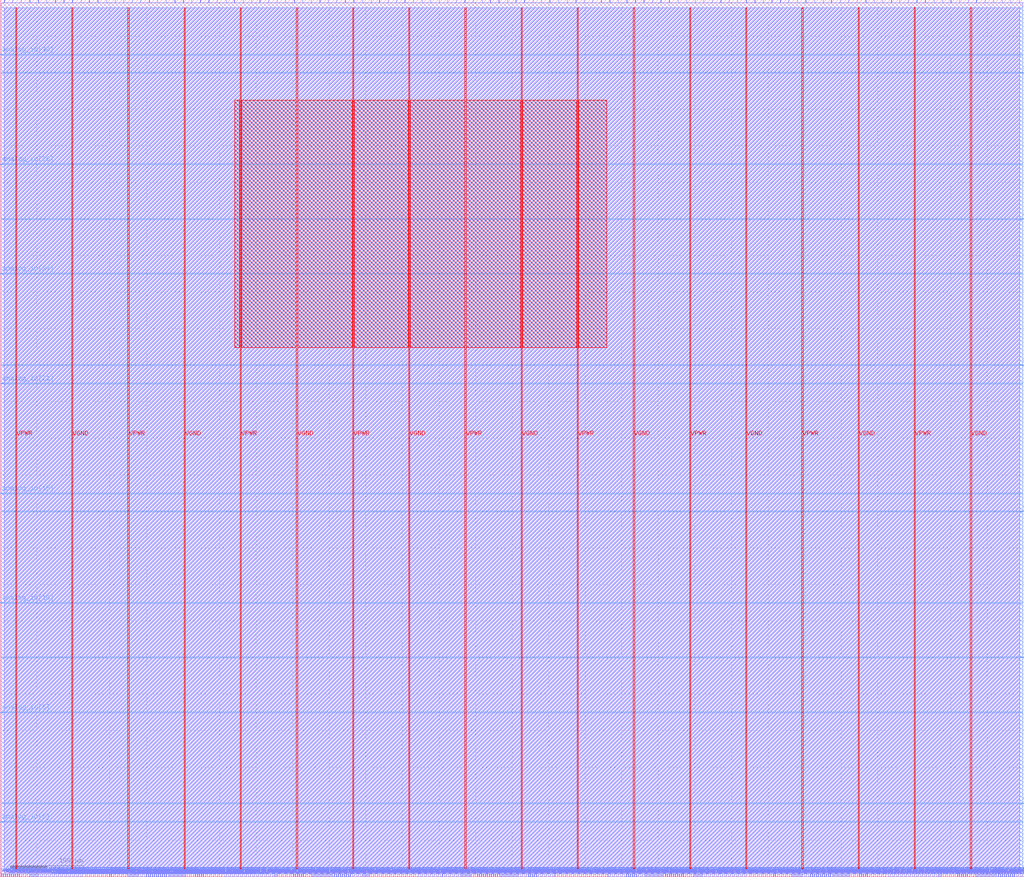
<source format=lef>
VERSION 5.7 ;
  NOWIREEXTENSIONATPIN ON ;
  DIVIDERCHAR "/" ;
  BUSBITCHARS "[]" ;
MACRO top_astria
  CLASS BLOCK ;
  FOREIGN top_astria ;
  ORIGIN 0.000 0.000 ;
  SIZE 1400.000 BY 1200.000 ;
  PIN analog_io[0]
    DIRECTION INOUT ;
    USE SIGNAL ;
    PORT
      LAYER met2 ;
        RECT 1335.010 1196.000 1335.290 1200.000 ;
    END
  END analog_io[0]
  PIN analog_io[10]
    DIRECTION INOUT ;
    USE SIGNAL ;
    PORT
      LAYER met3 ;
        RECT 0.000 374.720 4.000 375.320 ;
    END
  END analog_io[10]
  PIN analog_io[11]
    DIRECTION INOUT ;
    USE SIGNAL ;
    PORT
      LAYER met2 ;
        RECT 1384.230 0.000 1384.510 4.000 ;
    END
  END analog_io[11]
  PIN analog_io[12]
    DIRECTION INOUT ;
    USE SIGNAL ;
    PORT
      LAYER met2 ;
        RECT 1358.470 1196.000 1358.750 1200.000 ;
    END
  END analog_io[12]
  PIN analog_io[13]
    DIRECTION INOUT ;
    USE SIGNAL ;
    PORT
      LAYER met2 ;
        RECT 1369.970 1196.000 1370.250 1200.000 ;
    END
  END analog_io[13]
  PIN analog_io[14]
    DIRECTION INOUT ;
    USE SIGNAL ;
    PORT
      LAYER met2 ;
        RECT 1381.930 1196.000 1382.210 1200.000 ;
    END
  END analog_io[14]
  PIN analog_io[15]
    DIRECTION INOUT ;
    USE SIGNAL ;
    PORT
      LAYER met3 ;
        RECT 0.000 524.320 4.000 524.920 ;
    END
  END analog_io[15]
  PIN analog_io[16]
    DIRECTION INOUT ;
    USE SIGNAL ;
    PORT
      LAYER met3 ;
        RECT 1396.000 299.920 1400.000 300.520 ;
    END
  END analog_io[16]
  PIN analog_io[17]
    DIRECTION INOUT ;
    USE SIGNAL ;
    PORT
      LAYER met2 ;
        RECT 1386.990 0.000 1387.270 4.000 ;
    END
  END analog_io[17]
  PIN analog_io[18]
    DIRECTION INOUT ;
    USE SIGNAL ;
    PORT
      LAYER met2 ;
        RECT 1389.750 0.000 1390.030 4.000 ;
    END
  END analog_io[18]
  PIN analog_io[19]
    DIRECTION INOUT ;
    USE SIGNAL ;
    PORT
      LAYER met2 ;
        RECT 1392.510 0.000 1392.790 4.000 ;
    END
  END analog_io[19]
  PIN analog_io[1]
    DIRECTION INOUT ;
    USE SIGNAL ;
    PORT
      LAYER met2 ;
        RECT 1370.430 0.000 1370.710 4.000 ;
    END
  END analog_io[1]
  PIN analog_io[20]
    DIRECTION INOUT ;
    USE SIGNAL ;
    PORT
      LAYER met3 ;
        RECT 1396.000 499.840 1400.000 500.440 ;
    END
  END analog_io[20]
  PIN analog_io[21]
    DIRECTION INOUT ;
    USE SIGNAL ;
    PORT
      LAYER met3 ;
        RECT 0.000 674.600 4.000 675.200 ;
    END
  END analog_io[21]
  PIN analog_io[22]
    DIRECTION INOUT ;
    USE SIGNAL ;
    PORT
      LAYER met3 ;
        RECT 1396.000 699.760 1400.000 700.360 ;
    END
  END analog_io[22]
  PIN analog_io[23]
    DIRECTION INOUT ;
    USE SIGNAL ;
    PORT
      LAYER met2 ;
        RECT 1395.270 0.000 1395.550 4.000 ;
    END
  END analog_io[23]
  PIN analog_io[24]
    DIRECTION INOUT ;
    USE SIGNAL ;
    PORT
      LAYER met3 ;
        RECT 0.000 824.880 4.000 825.480 ;
    END
  END analog_io[24]
  PIN analog_io[25]
    DIRECTION INOUT ;
    USE SIGNAL ;
    PORT
      LAYER met2 ;
        RECT 1398.030 0.000 1398.310 4.000 ;
    END
  END analog_io[25]
  PIN analog_io[26]
    DIRECTION INOUT ;
    USE SIGNAL ;
    PORT
      LAYER met3 ;
        RECT 0.000 974.480 4.000 975.080 ;
    END
  END analog_io[26]
  PIN analog_io[27]
    DIRECTION INOUT ;
    USE SIGNAL ;
    PORT
      LAYER met2 ;
        RECT 1393.430 1196.000 1393.710 1200.000 ;
    END
  END analog_io[27]
  PIN analog_io[28]
    DIRECTION INOUT ;
    USE SIGNAL ;
    PORT
      LAYER met3 ;
        RECT 1396.000 899.680 1400.000 900.280 ;
    END
  END analog_io[28]
  PIN analog_io[29]
    DIRECTION INOUT ;
    USE SIGNAL ;
    PORT
      LAYER met3 ;
        RECT 1396.000 1099.600 1400.000 1100.200 ;
    END
  END analog_io[29]
  PIN analog_io[2]
    DIRECTION INOUT ;
    USE SIGNAL ;
    PORT
      LAYER met2 ;
        RECT 1373.190 0.000 1373.470 4.000 ;
    END
  END analog_io[2]
  PIN analog_io[30]
    DIRECTION INOUT ;
    USE SIGNAL ;
    PORT
      LAYER met3 ;
        RECT 0.000 1124.760 4.000 1125.360 ;
    END
  END analog_io[30]
  PIN analog_io[3]
    DIRECTION INOUT ;
    USE SIGNAL ;
    PORT
      LAYER met2 ;
        RECT 1375.950 0.000 1376.230 4.000 ;
    END
  END analog_io[3]
  PIN analog_io[4]
    DIRECTION INOUT ;
    USE SIGNAL ;
    PORT
      LAYER met3 ;
        RECT 1396.000 100.000 1400.000 100.600 ;
    END
  END analog_io[4]
  PIN analog_io[5]
    DIRECTION INOUT ;
    USE SIGNAL ;
    PORT
      LAYER met3 ;
        RECT 0.000 74.840 4.000 75.440 ;
    END
  END analog_io[5]
  PIN analog_io[6]
    DIRECTION INOUT ;
    USE SIGNAL ;
    PORT
      LAYER met3 ;
        RECT 0.000 224.440 4.000 225.040 ;
    END
  END analog_io[6]
  PIN analog_io[7]
    DIRECTION INOUT ;
    USE SIGNAL ;
    PORT
      LAYER met2 ;
        RECT 1378.710 0.000 1378.990 4.000 ;
    END
  END analog_io[7]
  PIN analog_io[8]
    DIRECTION INOUT ;
    USE SIGNAL ;
    PORT
      LAYER met2 ;
        RECT 1381.470 0.000 1381.750 4.000 ;
    END
  END analog_io[8]
  PIN analog_io[9]
    DIRECTION INOUT ;
    USE SIGNAL ;
    PORT
      LAYER met2 ;
        RECT 1346.970 1196.000 1347.250 1200.000 ;
    END
  END analog_io[9]
  PIN io_in[0]
    DIRECTION INPUT ;
    USE SIGNAL ;
    PORT
      LAYER met2 ;
        RECT 5.610 1196.000 5.890 1200.000 ;
    END
  END io_in[0]
  PIN io_in[10]
    DIRECTION INPUT ;
    USE SIGNAL ;
    PORT
      LAYER met2 ;
        RECT 355.210 1196.000 355.490 1200.000 ;
    END
  END io_in[10]
  PIN io_in[11]
    DIRECTION INPUT ;
    USE SIGNAL ;
    PORT
      LAYER met2 ;
        RECT 390.170 1196.000 390.450 1200.000 ;
    END
  END io_in[11]
  PIN io_in[12]
    DIRECTION INPUT ;
    USE SIGNAL ;
    PORT
      LAYER met2 ;
        RECT 425.130 1196.000 425.410 1200.000 ;
    END
  END io_in[12]
  PIN io_in[13]
    DIRECTION INPUT ;
    USE SIGNAL ;
    PORT
      LAYER met2 ;
        RECT 460.090 1196.000 460.370 1200.000 ;
    END
  END io_in[13]
  PIN io_in[14]
    DIRECTION INPUT ;
    USE SIGNAL ;
    PORT
      LAYER met2 ;
        RECT 495.510 1196.000 495.790 1200.000 ;
    END
  END io_in[14]
  PIN io_in[15]
    DIRECTION INPUT ;
    USE SIGNAL ;
    PORT
      LAYER met2 ;
        RECT 530.470 1196.000 530.750 1200.000 ;
    END
  END io_in[15]
  PIN io_in[16]
    DIRECTION INPUT ;
    USE SIGNAL ;
    PORT
      LAYER met2 ;
        RECT 565.430 1196.000 565.710 1200.000 ;
    END
  END io_in[16]
  PIN io_in[17]
    DIRECTION INPUT ;
    USE SIGNAL ;
    PORT
      LAYER met2 ;
        RECT 600.390 1196.000 600.670 1200.000 ;
    END
  END io_in[17]
  PIN io_in[18]
    DIRECTION INPUT ;
    USE SIGNAL ;
    PORT
      LAYER met2 ;
        RECT 635.350 1196.000 635.630 1200.000 ;
    END
  END io_in[18]
  PIN io_in[19]
    DIRECTION INPUT ;
    USE SIGNAL ;
    PORT
      LAYER met2 ;
        RECT 670.310 1196.000 670.590 1200.000 ;
    END
  END io_in[19]
  PIN io_in[1]
    DIRECTION INPUT ;
    USE SIGNAL ;
    PORT
      LAYER met2 ;
        RECT 40.570 1196.000 40.850 1200.000 ;
    END
  END io_in[1]
  PIN io_in[20]
    DIRECTION INPUT ;
    USE SIGNAL ;
    PORT
      LAYER met2 ;
        RECT 705.270 1196.000 705.550 1200.000 ;
    END
  END io_in[20]
  PIN io_in[21]
    DIRECTION INPUT ;
    USE SIGNAL ;
    PORT
      LAYER met2 ;
        RECT 740.230 1196.000 740.510 1200.000 ;
    END
  END io_in[21]
  PIN io_in[22]
    DIRECTION INPUT ;
    USE SIGNAL ;
    PORT
      LAYER met2 ;
        RECT 775.190 1196.000 775.470 1200.000 ;
    END
  END io_in[22]
  PIN io_in[23]
    DIRECTION INPUT ;
    USE SIGNAL ;
    PORT
      LAYER met2 ;
        RECT 810.150 1196.000 810.430 1200.000 ;
    END
  END io_in[23]
  PIN io_in[24]
    DIRECTION INPUT ;
    USE SIGNAL ;
    PORT
      LAYER met2 ;
        RECT 845.110 1196.000 845.390 1200.000 ;
    END
  END io_in[24]
  PIN io_in[25]
    DIRECTION INPUT ;
    USE SIGNAL ;
    PORT
      LAYER met2 ;
        RECT 880.070 1196.000 880.350 1200.000 ;
    END
  END io_in[25]
  PIN io_in[26]
    DIRECTION INPUT ;
    USE SIGNAL ;
    PORT
      LAYER met2 ;
        RECT 915.030 1196.000 915.310 1200.000 ;
    END
  END io_in[26]
  PIN io_in[27]
    DIRECTION INPUT ;
    USE SIGNAL ;
    PORT
      LAYER met2 ;
        RECT 950.450 1196.000 950.730 1200.000 ;
    END
  END io_in[27]
  PIN io_in[28]
    DIRECTION INPUT ;
    USE SIGNAL ;
    PORT
      LAYER met2 ;
        RECT 985.410 1196.000 985.690 1200.000 ;
    END
  END io_in[28]
  PIN io_in[29]
    DIRECTION INPUT ;
    USE SIGNAL ;
    PORT
      LAYER met2 ;
        RECT 1020.370 1196.000 1020.650 1200.000 ;
    END
  END io_in[29]
  PIN io_in[2]
    DIRECTION INPUT ;
    USE SIGNAL ;
    PORT
      LAYER met2 ;
        RECT 75.530 1196.000 75.810 1200.000 ;
    END
  END io_in[2]
  PIN io_in[30]
    DIRECTION INPUT ;
    USE SIGNAL ;
    PORT
      LAYER met2 ;
        RECT 1055.330 1196.000 1055.610 1200.000 ;
    END
  END io_in[30]
  PIN io_in[31]
    DIRECTION INPUT ;
    USE SIGNAL ;
    PORT
      LAYER met2 ;
        RECT 1090.290 1196.000 1090.570 1200.000 ;
    END
  END io_in[31]
  PIN io_in[32]
    DIRECTION INPUT ;
    USE SIGNAL ;
    PORT
      LAYER met2 ;
        RECT 1125.250 1196.000 1125.530 1200.000 ;
    END
  END io_in[32]
  PIN io_in[33]
    DIRECTION INPUT ;
    USE SIGNAL ;
    PORT
      LAYER met2 ;
        RECT 1160.210 1196.000 1160.490 1200.000 ;
    END
  END io_in[33]
  PIN io_in[34]
    DIRECTION INPUT ;
    USE SIGNAL ;
    PORT
      LAYER met2 ;
        RECT 1195.170 1196.000 1195.450 1200.000 ;
    END
  END io_in[34]
  PIN io_in[35]
    DIRECTION INPUT ;
    USE SIGNAL ;
    PORT
      LAYER met2 ;
        RECT 1230.130 1196.000 1230.410 1200.000 ;
    END
  END io_in[35]
  PIN io_in[36]
    DIRECTION INPUT ;
    USE SIGNAL ;
    PORT
      LAYER met2 ;
        RECT 1265.090 1196.000 1265.370 1200.000 ;
    END
  END io_in[36]
  PIN io_in[37]
    DIRECTION INPUT ;
    USE SIGNAL ;
    PORT
      LAYER met2 ;
        RECT 1300.050 1196.000 1300.330 1200.000 ;
    END
  END io_in[37]
  PIN io_in[3]
    DIRECTION INPUT ;
    USE SIGNAL ;
    PORT
      LAYER met2 ;
        RECT 110.490 1196.000 110.770 1200.000 ;
    END
  END io_in[3]
  PIN io_in[4]
    DIRECTION INPUT ;
    USE SIGNAL ;
    PORT
      LAYER met2 ;
        RECT 145.450 1196.000 145.730 1200.000 ;
    END
  END io_in[4]
  PIN io_in[5]
    DIRECTION INPUT ;
    USE SIGNAL ;
    PORT
      LAYER met2 ;
        RECT 180.410 1196.000 180.690 1200.000 ;
    END
  END io_in[5]
  PIN io_in[6]
    DIRECTION INPUT ;
    USE SIGNAL ;
    PORT
      LAYER met2 ;
        RECT 215.370 1196.000 215.650 1200.000 ;
    END
  END io_in[6]
  PIN io_in[7]
    DIRECTION INPUT ;
    USE SIGNAL ;
    PORT
      LAYER met2 ;
        RECT 250.330 1196.000 250.610 1200.000 ;
    END
  END io_in[7]
  PIN io_in[8]
    DIRECTION INPUT ;
    USE SIGNAL ;
    PORT
      LAYER met2 ;
        RECT 285.290 1196.000 285.570 1200.000 ;
    END
  END io_in[8]
  PIN io_in[9]
    DIRECTION INPUT ;
    USE SIGNAL ;
    PORT
      LAYER met2 ;
        RECT 320.250 1196.000 320.530 1200.000 ;
    END
  END io_in[9]
  PIN io_oeb[0]
    DIRECTION OUTPUT TRISTATE ;
    USE SIGNAL ;
    PORT
      LAYER met2 ;
        RECT 17.110 1196.000 17.390 1200.000 ;
    END
  END io_oeb[0]
  PIN io_oeb[10]
    DIRECTION OUTPUT TRISTATE ;
    USE SIGNAL ;
    PORT
      LAYER met2 ;
        RECT 367.170 1196.000 367.450 1200.000 ;
    END
  END io_oeb[10]
  PIN io_oeb[11]
    DIRECTION OUTPUT TRISTATE ;
    USE SIGNAL ;
    PORT
      LAYER met2 ;
        RECT 402.130 1196.000 402.410 1200.000 ;
    END
  END io_oeb[11]
  PIN io_oeb[12]
    DIRECTION OUTPUT TRISTATE ;
    USE SIGNAL ;
    PORT
      LAYER met2 ;
        RECT 437.090 1196.000 437.370 1200.000 ;
    END
  END io_oeb[12]
  PIN io_oeb[13]
    DIRECTION OUTPUT TRISTATE ;
    USE SIGNAL ;
    PORT
      LAYER met2 ;
        RECT 472.050 1196.000 472.330 1200.000 ;
    END
  END io_oeb[13]
  PIN io_oeb[14]
    DIRECTION OUTPUT TRISTATE ;
    USE SIGNAL ;
    PORT
      LAYER met2 ;
        RECT 507.010 1196.000 507.290 1200.000 ;
    END
  END io_oeb[14]
  PIN io_oeb[15]
    DIRECTION OUTPUT TRISTATE ;
    USE SIGNAL ;
    PORT
      LAYER met2 ;
        RECT 541.970 1196.000 542.250 1200.000 ;
    END
  END io_oeb[15]
  PIN io_oeb[16]
    DIRECTION OUTPUT TRISTATE ;
    USE SIGNAL ;
    PORT
      LAYER met2 ;
        RECT 576.930 1196.000 577.210 1200.000 ;
    END
  END io_oeb[16]
  PIN io_oeb[17]
    DIRECTION OUTPUT TRISTATE ;
    USE SIGNAL ;
    PORT
      LAYER met2 ;
        RECT 611.890 1196.000 612.170 1200.000 ;
    END
  END io_oeb[17]
  PIN io_oeb[18]
    DIRECTION OUTPUT TRISTATE ;
    USE SIGNAL ;
    PORT
      LAYER met2 ;
        RECT 646.850 1196.000 647.130 1200.000 ;
    END
  END io_oeb[18]
  PIN io_oeb[19]
    DIRECTION OUTPUT TRISTATE ;
    USE SIGNAL ;
    PORT
      LAYER met2 ;
        RECT 681.810 1196.000 682.090 1200.000 ;
    END
  END io_oeb[19]
  PIN io_oeb[1]
    DIRECTION OUTPUT TRISTATE ;
    USE SIGNAL ;
    PORT
      LAYER met2 ;
        RECT 52.070 1196.000 52.350 1200.000 ;
    END
  END io_oeb[1]
  PIN io_oeb[20]
    DIRECTION OUTPUT TRISTATE ;
    USE SIGNAL ;
    PORT
      LAYER met2 ;
        RECT 716.770 1196.000 717.050 1200.000 ;
    END
  END io_oeb[20]
  PIN io_oeb[21]
    DIRECTION OUTPUT TRISTATE ;
    USE SIGNAL ;
    PORT
      LAYER met2 ;
        RECT 751.730 1196.000 752.010 1200.000 ;
    END
  END io_oeb[21]
  PIN io_oeb[22]
    DIRECTION OUTPUT TRISTATE ;
    USE SIGNAL ;
    PORT
      LAYER met2 ;
        RECT 787.150 1196.000 787.430 1200.000 ;
    END
  END io_oeb[22]
  PIN io_oeb[23]
    DIRECTION OUTPUT TRISTATE ;
    USE SIGNAL ;
    PORT
      LAYER met2 ;
        RECT 822.110 1196.000 822.390 1200.000 ;
    END
  END io_oeb[23]
  PIN io_oeb[24]
    DIRECTION OUTPUT TRISTATE ;
    USE SIGNAL ;
    PORT
      LAYER met2 ;
        RECT 857.070 1196.000 857.350 1200.000 ;
    END
  END io_oeb[24]
  PIN io_oeb[25]
    DIRECTION OUTPUT TRISTATE ;
    USE SIGNAL ;
    PORT
      LAYER met2 ;
        RECT 892.030 1196.000 892.310 1200.000 ;
    END
  END io_oeb[25]
  PIN io_oeb[26]
    DIRECTION OUTPUT TRISTATE ;
    USE SIGNAL ;
    PORT
      LAYER met2 ;
        RECT 926.990 1196.000 927.270 1200.000 ;
    END
  END io_oeb[26]
  PIN io_oeb[27]
    DIRECTION OUTPUT TRISTATE ;
    USE SIGNAL ;
    PORT
      LAYER met2 ;
        RECT 961.950 1196.000 962.230 1200.000 ;
    END
  END io_oeb[27]
  PIN io_oeb[28]
    DIRECTION OUTPUT TRISTATE ;
    USE SIGNAL ;
    PORT
      LAYER met2 ;
        RECT 996.910 1196.000 997.190 1200.000 ;
    END
  END io_oeb[28]
  PIN io_oeb[29]
    DIRECTION OUTPUT TRISTATE ;
    USE SIGNAL ;
    PORT
      LAYER met2 ;
        RECT 1031.870 1196.000 1032.150 1200.000 ;
    END
  END io_oeb[29]
  PIN io_oeb[2]
    DIRECTION OUTPUT TRISTATE ;
    USE SIGNAL ;
    PORT
      LAYER met2 ;
        RECT 87.030 1196.000 87.310 1200.000 ;
    END
  END io_oeb[2]
  PIN io_oeb[30]
    DIRECTION OUTPUT TRISTATE ;
    USE SIGNAL ;
    PORT
      LAYER met2 ;
        RECT 1066.830 1196.000 1067.110 1200.000 ;
    END
  END io_oeb[30]
  PIN io_oeb[31]
    DIRECTION OUTPUT TRISTATE ;
    USE SIGNAL ;
    PORT
      LAYER met2 ;
        RECT 1101.790 1196.000 1102.070 1200.000 ;
    END
  END io_oeb[31]
  PIN io_oeb[32]
    DIRECTION OUTPUT TRISTATE ;
    USE SIGNAL ;
    PORT
      LAYER met2 ;
        RECT 1136.750 1196.000 1137.030 1200.000 ;
    END
  END io_oeb[32]
  PIN io_oeb[33]
    DIRECTION OUTPUT TRISTATE ;
    USE SIGNAL ;
    PORT
      LAYER met2 ;
        RECT 1171.710 1196.000 1171.990 1200.000 ;
    END
  END io_oeb[33]
  PIN io_oeb[34]
    DIRECTION OUTPUT TRISTATE ;
    USE SIGNAL ;
    PORT
      LAYER met2 ;
        RECT 1206.670 1196.000 1206.950 1200.000 ;
    END
  END io_oeb[34]
  PIN io_oeb[35]
    DIRECTION OUTPUT TRISTATE ;
    USE SIGNAL ;
    PORT
      LAYER met2 ;
        RECT 1241.630 1196.000 1241.910 1200.000 ;
    END
  END io_oeb[35]
  PIN io_oeb[36]
    DIRECTION OUTPUT TRISTATE ;
    USE SIGNAL ;
    PORT
      LAYER met2 ;
        RECT 1277.050 1196.000 1277.330 1200.000 ;
    END
  END io_oeb[36]
  PIN io_oeb[37]
    DIRECTION OUTPUT TRISTATE ;
    USE SIGNAL ;
    PORT
      LAYER met2 ;
        RECT 1312.010 1196.000 1312.290 1200.000 ;
    END
  END io_oeb[37]
  PIN io_oeb[3]
    DIRECTION OUTPUT TRISTATE ;
    USE SIGNAL ;
    PORT
      LAYER met2 ;
        RECT 121.990 1196.000 122.270 1200.000 ;
    END
  END io_oeb[3]
  PIN io_oeb[4]
    DIRECTION OUTPUT TRISTATE ;
    USE SIGNAL ;
    PORT
      LAYER met2 ;
        RECT 156.950 1196.000 157.230 1200.000 ;
    END
  END io_oeb[4]
  PIN io_oeb[5]
    DIRECTION OUTPUT TRISTATE ;
    USE SIGNAL ;
    PORT
      LAYER met2 ;
        RECT 191.910 1196.000 192.190 1200.000 ;
    END
  END io_oeb[5]
  PIN io_oeb[6]
    DIRECTION OUTPUT TRISTATE ;
    USE SIGNAL ;
    PORT
      LAYER met2 ;
        RECT 226.870 1196.000 227.150 1200.000 ;
    END
  END io_oeb[6]
  PIN io_oeb[7]
    DIRECTION OUTPUT TRISTATE ;
    USE SIGNAL ;
    PORT
      LAYER met2 ;
        RECT 261.830 1196.000 262.110 1200.000 ;
    END
  END io_oeb[7]
  PIN io_oeb[8]
    DIRECTION OUTPUT TRISTATE ;
    USE SIGNAL ;
    PORT
      LAYER met2 ;
        RECT 296.790 1196.000 297.070 1200.000 ;
    END
  END io_oeb[8]
  PIN io_oeb[9]
    DIRECTION OUTPUT TRISTATE ;
    USE SIGNAL ;
    PORT
      LAYER met2 ;
        RECT 332.210 1196.000 332.490 1200.000 ;
    END
  END io_oeb[9]
  PIN io_out[0]
    DIRECTION OUTPUT TRISTATE ;
    USE SIGNAL ;
    PORT
      LAYER met2 ;
        RECT 28.610 1196.000 28.890 1200.000 ;
    END
  END io_out[0]
  PIN io_out[10]
    DIRECTION OUTPUT TRISTATE ;
    USE SIGNAL ;
    PORT
      LAYER met2 ;
        RECT 378.670 1196.000 378.950 1200.000 ;
    END
  END io_out[10]
  PIN io_out[11]
    DIRECTION OUTPUT TRISTATE ;
    USE SIGNAL ;
    PORT
      LAYER met2 ;
        RECT 413.630 1196.000 413.910 1200.000 ;
    END
  END io_out[11]
  PIN io_out[12]
    DIRECTION OUTPUT TRISTATE ;
    USE SIGNAL ;
    PORT
      LAYER met2 ;
        RECT 448.590 1196.000 448.870 1200.000 ;
    END
  END io_out[12]
  PIN io_out[13]
    DIRECTION OUTPUT TRISTATE ;
    USE SIGNAL ;
    PORT
      LAYER met2 ;
        RECT 483.550 1196.000 483.830 1200.000 ;
    END
  END io_out[13]
  PIN io_out[14]
    DIRECTION OUTPUT TRISTATE ;
    USE SIGNAL ;
    PORT
      LAYER met2 ;
        RECT 518.510 1196.000 518.790 1200.000 ;
    END
  END io_out[14]
  PIN io_out[15]
    DIRECTION OUTPUT TRISTATE ;
    USE SIGNAL ;
    PORT
      LAYER met2 ;
        RECT 553.470 1196.000 553.750 1200.000 ;
    END
  END io_out[15]
  PIN io_out[16]
    DIRECTION OUTPUT TRISTATE ;
    USE SIGNAL ;
    PORT
      LAYER met2 ;
        RECT 588.430 1196.000 588.710 1200.000 ;
    END
  END io_out[16]
  PIN io_out[17]
    DIRECTION OUTPUT TRISTATE ;
    USE SIGNAL ;
    PORT
      LAYER met2 ;
        RECT 623.390 1196.000 623.670 1200.000 ;
    END
  END io_out[17]
  PIN io_out[18]
    DIRECTION OUTPUT TRISTATE ;
    USE SIGNAL ;
    PORT
      LAYER met2 ;
        RECT 658.810 1196.000 659.090 1200.000 ;
    END
  END io_out[18]
  PIN io_out[19]
    DIRECTION OUTPUT TRISTATE ;
    USE SIGNAL ;
    PORT
      LAYER met2 ;
        RECT 693.770 1196.000 694.050 1200.000 ;
    END
  END io_out[19]
  PIN io_out[1]
    DIRECTION OUTPUT TRISTATE ;
    USE SIGNAL ;
    PORT
      LAYER met2 ;
        RECT 63.570 1196.000 63.850 1200.000 ;
    END
  END io_out[1]
  PIN io_out[20]
    DIRECTION OUTPUT TRISTATE ;
    USE SIGNAL ;
    PORT
      LAYER met2 ;
        RECT 728.730 1196.000 729.010 1200.000 ;
    END
  END io_out[20]
  PIN io_out[21]
    DIRECTION OUTPUT TRISTATE ;
    USE SIGNAL ;
    PORT
      LAYER met2 ;
        RECT 763.690 1196.000 763.970 1200.000 ;
    END
  END io_out[21]
  PIN io_out[22]
    DIRECTION OUTPUT TRISTATE ;
    USE SIGNAL ;
    PORT
      LAYER met2 ;
        RECT 798.650 1196.000 798.930 1200.000 ;
    END
  END io_out[22]
  PIN io_out[23]
    DIRECTION OUTPUT TRISTATE ;
    USE SIGNAL ;
    PORT
      LAYER met2 ;
        RECT 833.610 1196.000 833.890 1200.000 ;
    END
  END io_out[23]
  PIN io_out[24]
    DIRECTION OUTPUT TRISTATE ;
    USE SIGNAL ;
    PORT
      LAYER met2 ;
        RECT 868.570 1196.000 868.850 1200.000 ;
    END
  END io_out[24]
  PIN io_out[25]
    DIRECTION OUTPUT TRISTATE ;
    USE SIGNAL ;
    PORT
      LAYER met2 ;
        RECT 903.530 1196.000 903.810 1200.000 ;
    END
  END io_out[25]
  PIN io_out[26]
    DIRECTION OUTPUT TRISTATE ;
    USE SIGNAL ;
    PORT
      LAYER met2 ;
        RECT 938.490 1196.000 938.770 1200.000 ;
    END
  END io_out[26]
  PIN io_out[27]
    DIRECTION OUTPUT TRISTATE ;
    USE SIGNAL ;
    PORT
      LAYER met2 ;
        RECT 973.450 1196.000 973.730 1200.000 ;
    END
  END io_out[27]
  PIN io_out[28]
    DIRECTION OUTPUT TRISTATE ;
    USE SIGNAL ;
    PORT
      LAYER met2 ;
        RECT 1008.410 1196.000 1008.690 1200.000 ;
    END
  END io_out[28]
  PIN io_out[29]
    DIRECTION OUTPUT TRISTATE ;
    USE SIGNAL ;
    PORT
      LAYER met2 ;
        RECT 1043.370 1196.000 1043.650 1200.000 ;
    END
  END io_out[29]
  PIN io_out[2]
    DIRECTION OUTPUT TRISTATE ;
    USE SIGNAL ;
    PORT
      LAYER met2 ;
        RECT 98.530 1196.000 98.810 1200.000 ;
    END
  END io_out[2]
  PIN io_out[30]
    DIRECTION OUTPUT TRISTATE ;
    USE SIGNAL ;
    PORT
      LAYER met2 ;
        RECT 1078.330 1196.000 1078.610 1200.000 ;
    END
  END io_out[30]
  PIN io_out[31]
    DIRECTION OUTPUT TRISTATE ;
    USE SIGNAL ;
    PORT
      LAYER met2 ;
        RECT 1113.750 1196.000 1114.030 1200.000 ;
    END
  END io_out[31]
  PIN io_out[32]
    DIRECTION OUTPUT TRISTATE ;
    USE SIGNAL ;
    PORT
      LAYER met2 ;
        RECT 1148.710 1196.000 1148.990 1200.000 ;
    END
  END io_out[32]
  PIN io_out[33]
    DIRECTION OUTPUT TRISTATE ;
    USE SIGNAL ;
    PORT
      LAYER met2 ;
        RECT 1183.670 1196.000 1183.950 1200.000 ;
    END
  END io_out[33]
  PIN io_out[34]
    DIRECTION OUTPUT TRISTATE ;
    USE SIGNAL ;
    PORT
      LAYER met2 ;
        RECT 1218.630 1196.000 1218.910 1200.000 ;
    END
  END io_out[34]
  PIN io_out[35]
    DIRECTION OUTPUT TRISTATE ;
    USE SIGNAL ;
    PORT
      LAYER met2 ;
        RECT 1253.590 1196.000 1253.870 1200.000 ;
    END
  END io_out[35]
  PIN io_out[36]
    DIRECTION OUTPUT TRISTATE ;
    USE SIGNAL ;
    PORT
      LAYER met2 ;
        RECT 1288.550 1196.000 1288.830 1200.000 ;
    END
  END io_out[36]
  PIN io_out[37]
    DIRECTION OUTPUT TRISTATE ;
    USE SIGNAL ;
    PORT
      LAYER met2 ;
        RECT 1323.510 1196.000 1323.790 1200.000 ;
    END
  END io_out[37]
  PIN io_out[3]
    DIRECTION OUTPUT TRISTATE ;
    USE SIGNAL ;
    PORT
      LAYER met2 ;
        RECT 133.490 1196.000 133.770 1200.000 ;
    END
  END io_out[3]
  PIN io_out[4]
    DIRECTION OUTPUT TRISTATE ;
    USE SIGNAL ;
    PORT
      LAYER met2 ;
        RECT 168.910 1196.000 169.190 1200.000 ;
    END
  END io_out[4]
  PIN io_out[5]
    DIRECTION OUTPUT TRISTATE ;
    USE SIGNAL ;
    PORT
      LAYER met2 ;
        RECT 203.870 1196.000 204.150 1200.000 ;
    END
  END io_out[5]
  PIN io_out[6]
    DIRECTION OUTPUT TRISTATE ;
    USE SIGNAL ;
    PORT
      LAYER met2 ;
        RECT 238.830 1196.000 239.110 1200.000 ;
    END
  END io_out[6]
  PIN io_out[7]
    DIRECTION OUTPUT TRISTATE ;
    USE SIGNAL ;
    PORT
      LAYER met2 ;
        RECT 273.790 1196.000 274.070 1200.000 ;
    END
  END io_out[7]
  PIN io_out[8]
    DIRECTION OUTPUT TRISTATE ;
    USE SIGNAL ;
    PORT
      LAYER met2 ;
        RECT 308.750 1196.000 309.030 1200.000 ;
    END
  END io_out[8]
  PIN io_out[9]
    DIRECTION OUTPUT TRISTATE ;
    USE SIGNAL ;
    PORT
      LAYER met2 ;
        RECT 343.710 1196.000 343.990 1200.000 ;
    END
  END io_out[9]
  PIN la_data_in[0]
    DIRECTION INPUT ;
    USE SIGNAL ;
    PORT
      LAYER met2 ;
        RECT 297.250 0.000 297.530 4.000 ;
    END
  END la_data_in[0]
  PIN la_data_in[100]
    DIRECTION INPUT ;
    USE SIGNAL ;
    PORT
      LAYER met2 ;
        RECT 1135.370 0.000 1135.650 4.000 ;
    END
  END la_data_in[100]
  PIN la_data_in[101]
    DIRECTION INPUT ;
    USE SIGNAL ;
    PORT
      LAYER met2 ;
        RECT 1144.110 0.000 1144.390 4.000 ;
    END
  END la_data_in[101]
  PIN la_data_in[102]
    DIRECTION INPUT ;
    USE SIGNAL ;
    PORT
      LAYER met2 ;
        RECT 1152.390 0.000 1152.670 4.000 ;
    END
  END la_data_in[102]
  PIN la_data_in[103]
    DIRECTION INPUT ;
    USE SIGNAL ;
    PORT
      LAYER met2 ;
        RECT 1160.670 0.000 1160.950 4.000 ;
    END
  END la_data_in[103]
  PIN la_data_in[104]
    DIRECTION INPUT ;
    USE SIGNAL ;
    PORT
      LAYER met2 ;
        RECT 1168.950 0.000 1169.230 4.000 ;
    END
  END la_data_in[104]
  PIN la_data_in[105]
    DIRECTION INPUT ;
    USE SIGNAL ;
    PORT
      LAYER met2 ;
        RECT 1177.690 0.000 1177.970 4.000 ;
    END
  END la_data_in[105]
  PIN la_data_in[106]
    DIRECTION INPUT ;
    USE SIGNAL ;
    PORT
      LAYER met2 ;
        RECT 1185.970 0.000 1186.250 4.000 ;
    END
  END la_data_in[106]
  PIN la_data_in[107]
    DIRECTION INPUT ;
    USE SIGNAL ;
    PORT
      LAYER met2 ;
        RECT 1194.250 0.000 1194.530 4.000 ;
    END
  END la_data_in[107]
  PIN la_data_in[108]
    DIRECTION INPUT ;
    USE SIGNAL ;
    PORT
      LAYER met2 ;
        RECT 1202.530 0.000 1202.810 4.000 ;
    END
  END la_data_in[108]
  PIN la_data_in[109]
    DIRECTION INPUT ;
    USE SIGNAL ;
    PORT
      LAYER met2 ;
        RECT 1210.810 0.000 1211.090 4.000 ;
    END
  END la_data_in[109]
  PIN la_data_in[10]
    DIRECTION INPUT ;
    USE SIGNAL ;
    PORT
      LAYER met2 ;
        RECT 381.430 0.000 381.710 4.000 ;
    END
  END la_data_in[10]
  PIN la_data_in[110]
    DIRECTION INPUT ;
    USE SIGNAL ;
    PORT
      LAYER met2 ;
        RECT 1219.550 0.000 1219.830 4.000 ;
    END
  END la_data_in[110]
  PIN la_data_in[111]
    DIRECTION INPUT ;
    USE SIGNAL ;
    PORT
      LAYER met2 ;
        RECT 1227.830 0.000 1228.110 4.000 ;
    END
  END la_data_in[111]
  PIN la_data_in[112]
    DIRECTION INPUT ;
    USE SIGNAL ;
    PORT
      LAYER met2 ;
        RECT 1236.110 0.000 1236.390 4.000 ;
    END
  END la_data_in[112]
  PIN la_data_in[113]
    DIRECTION INPUT ;
    USE SIGNAL ;
    PORT
      LAYER met2 ;
        RECT 1244.390 0.000 1244.670 4.000 ;
    END
  END la_data_in[113]
  PIN la_data_in[114]
    DIRECTION INPUT ;
    USE SIGNAL ;
    PORT
      LAYER met2 ;
        RECT 1253.130 0.000 1253.410 4.000 ;
    END
  END la_data_in[114]
  PIN la_data_in[115]
    DIRECTION INPUT ;
    USE SIGNAL ;
    PORT
      LAYER met2 ;
        RECT 1261.410 0.000 1261.690 4.000 ;
    END
  END la_data_in[115]
  PIN la_data_in[116]
    DIRECTION INPUT ;
    USE SIGNAL ;
    PORT
      LAYER met2 ;
        RECT 1269.690 0.000 1269.970 4.000 ;
    END
  END la_data_in[116]
  PIN la_data_in[117]
    DIRECTION INPUT ;
    USE SIGNAL ;
    PORT
      LAYER met2 ;
        RECT 1277.970 0.000 1278.250 4.000 ;
    END
  END la_data_in[117]
  PIN la_data_in[118]
    DIRECTION INPUT ;
    USE SIGNAL ;
    PORT
      LAYER met2 ;
        RECT 1286.250 0.000 1286.530 4.000 ;
    END
  END la_data_in[118]
  PIN la_data_in[119]
    DIRECTION INPUT ;
    USE SIGNAL ;
    PORT
      LAYER met2 ;
        RECT 1294.990 0.000 1295.270 4.000 ;
    END
  END la_data_in[119]
  PIN la_data_in[11]
    DIRECTION INPUT ;
    USE SIGNAL ;
    PORT
      LAYER met2 ;
        RECT 389.710 0.000 389.990 4.000 ;
    END
  END la_data_in[11]
  PIN la_data_in[120]
    DIRECTION INPUT ;
    USE SIGNAL ;
    PORT
      LAYER met2 ;
        RECT 1303.270 0.000 1303.550 4.000 ;
    END
  END la_data_in[120]
  PIN la_data_in[121]
    DIRECTION INPUT ;
    USE SIGNAL ;
    PORT
      LAYER met2 ;
        RECT 1311.550 0.000 1311.830 4.000 ;
    END
  END la_data_in[121]
  PIN la_data_in[122]
    DIRECTION INPUT ;
    USE SIGNAL ;
    PORT
      LAYER met2 ;
        RECT 1319.830 0.000 1320.110 4.000 ;
    END
  END la_data_in[122]
  PIN la_data_in[123]
    DIRECTION INPUT ;
    USE SIGNAL ;
    PORT
      LAYER met2 ;
        RECT 1328.570 0.000 1328.850 4.000 ;
    END
  END la_data_in[123]
  PIN la_data_in[124]
    DIRECTION INPUT ;
    USE SIGNAL ;
    PORT
      LAYER met2 ;
        RECT 1336.850 0.000 1337.130 4.000 ;
    END
  END la_data_in[124]
  PIN la_data_in[125]
    DIRECTION INPUT ;
    USE SIGNAL ;
    PORT
      LAYER met2 ;
        RECT 1345.130 0.000 1345.410 4.000 ;
    END
  END la_data_in[125]
  PIN la_data_in[126]
    DIRECTION INPUT ;
    USE SIGNAL ;
    PORT
      LAYER met2 ;
        RECT 1353.410 0.000 1353.690 4.000 ;
    END
  END la_data_in[126]
  PIN la_data_in[127]
    DIRECTION INPUT ;
    USE SIGNAL ;
    PORT
      LAYER met2 ;
        RECT 1361.690 0.000 1361.970 4.000 ;
    END
  END la_data_in[127]
  PIN la_data_in[12]
    DIRECTION INPUT ;
    USE SIGNAL ;
    PORT
      LAYER met2 ;
        RECT 397.990 0.000 398.270 4.000 ;
    END
  END la_data_in[12]
  PIN la_data_in[13]
    DIRECTION INPUT ;
    USE SIGNAL ;
    PORT
      LAYER met2 ;
        RECT 406.270 0.000 406.550 4.000 ;
    END
  END la_data_in[13]
  PIN la_data_in[14]
    DIRECTION INPUT ;
    USE SIGNAL ;
    PORT
      LAYER met2 ;
        RECT 414.550 0.000 414.830 4.000 ;
    END
  END la_data_in[14]
  PIN la_data_in[15]
    DIRECTION INPUT ;
    USE SIGNAL ;
    PORT
      LAYER met2 ;
        RECT 423.290 0.000 423.570 4.000 ;
    END
  END la_data_in[15]
  PIN la_data_in[16]
    DIRECTION INPUT ;
    USE SIGNAL ;
    PORT
      LAYER met2 ;
        RECT 431.570 0.000 431.850 4.000 ;
    END
  END la_data_in[16]
  PIN la_data_in[17]
    DIRECTION INPUT ;
    USE SIGNAL ;
    PORT
      LAYER met2 ;
        RECT 439.850 0.000 440.130 4.000 ;
    END
  END la_data_in[17]
  PIN la_data_in[18]
    DIRECTION INPUT ;
    USE SIGNAL ;
    PORT
      LAYER met2 ;
        RECT 448.130 0.000 448.410 4.000 ;
    END
  END la_data_in[18]
  PIN la_data_in[19]
    DIRECTION INPUT ;
    USE SIGNAL ;
    PORT
      LAYER met2 ;
        RECT 456.870 0.000 457.150 4.000 ;
    END
  END la_data_in[19]
  PIN la_data_in[1]
    DIRECTION INPUT ;
    USE SIGNAL ;
    PORT
      LAYER met2 ;
        RECT 305.990 0.000 306.270 4.000 ;
    END
  END la_data_in[1]
  PIN la_data_in[20]
    DIRECTION INPUT ;
    USE SIGNAL ;
    PORT
      LAYER met2 ;
        RECT 465.150 0.000 465.430 4.000 ;
    END
  END la_data_in[20]
  PIN la_data_in[21]
    DIRECTION INPUT ;
    USE SIGNAL ;
    PORT
      LAYER met2 ;
        RECT 473.430 0.000 473.710 4.000 ;
    END
  END la_data_in[21]
  PIN la_data_in[22]
    DIRECTION INPUT ;
    USE SIGNAL ;
    PORT
      LAYER met2 ;
        RECT 481.710 0.000 481.990 4.000 ;
    END
  END la_data_in[22]
  PIN la_data_in[23]
    DIRECTION INPUT ;
    USE SIGNAL ;
    PORT
      LAYER met2 ;
        RECT 489.990 0.000 490.270 4.000 ;
    END
  END la_data_in[23]
  PIN la_data_in[24]
    DIRECTION INPUT ;
    USE SIGNAL ;
    PORT
      LAYER met2 ;
        RECT 498.730 0.000 499.010 4.000 ;
    END
  END la_data_in[24]
  PIN la_data_in[25]
    DIRECTION INPUT ;
    USE SIGNAL ;
    PORT
      LAYER met2 ;
        RECT 507.010 0.000 507.290 4.000 ;
    END
  END la_data_in[25]
  PIN la_data_in[26]
    DIRECTION INPUT ;
    USE SIGNAL ;
    PORT
      LAYER met2 ;
        RECT 515.290 0.000 515.570 4.000 ;
    END
  END la_data_in[26]
  PIN la_data_in[27]
    DIRECTION INPUT ;
    USE SIGNAL ;
    PORT
      LAYER met2 ;
        RECT 523.570 0.000 523.850 4.000 ;
    END
  END la_data_in[27]
  PIN la_data_in[28]
    DIRECTION INPUT ;
    USE SIGNAL ;
    PORT
      LAYER met2 ;
        RECT 532.310 0.000 532.590 4.000 ;
    END
  END la_data_in[28]
  PIN la_data_in[29]
    DIRECTION INPUT ;
    USE SIGNAL ;
    PORT
      LAYER met2 ;
        RECT 540.590 0.000 540.870 4.000 ;
    END
  END la_data_in[29]
  PIN la_data_in[2]
    DIRECTION INPUT ;
    USE SIGNAL ;
    PORT
      LAYER met2 ;
        RECT 314.270 0.000 314.550 4.000 ;
    END
  END la_data_in[2]
  PIN la_data_in[30]
    DIRECTION INPUT ;
    USE SIGNAL ;
    PORT
      LAYER met2 ;
        RECT 548.870 0.000 549.150 4.000 ;
    END
  END la_data_in[30]
  PIN la_data_in[31]
    DIRECTION INPUT ;
    USE SIGNAL ;
    PORT
      LAYER met2 ;
        RECT 557.150 0.000 557.430 4.000 ;
    END
  END la_data_in[31]
  PIN la_data_in[32]
    DIRECTION INPUT ;
    USE SIGNAL ;
    PORT
      LAYER met2 ;
        RECT 565.430 0.000 565.710 4.000 ;
    END
  END la_data_in[32]
  PIN la_data_in[33]
    DIRECTION INPUT ;
    USE SIGNAL ;
    PORT
      LAYER met2 ;
        RECT 574.170 0.000 574.450 4.000 ;
    END
  END la_data_in[33]
  PIN la_data_in[34]
    DIRECTION INPUT ;
    USE SIGNAL ;
    PORT
      LAYER met2 ;
        RECT 582.450 0.000 582.730 4.000 ;
    END
  END la_data_in[34]
  PIN la_data_in[35]
    DIRECTION INPUT ;
    USE SIGNAL ;
    PORT
      LAYER met2 ;
        RECT 590.730 0.000 591.010 4.000 ;
    END
  END la_data_in[35]
  PIN la_data_in[36]
    DIRECTION INPUT ;
    USE SIGNAL ;
    PORT
      LAYER met2 ;
        RECT 599.010 0.000 599.290 4.000 ;
    END
  END la_data_in[36]
  PIN la_data_in[37]
    DIRECTION INPUT ;
    USE SIGNAL ;
    PORT
      LAYER met2 ;
        RECT 607.750 0.000 608.030 4.000 ;
    END
  END la_data_in[37]
  PIN la_data_in[38]
    DIRECTION INPUT ;
    USE SIGNAL ;
    PORT
      LAYER met2 ;
        RECT 616.030 0.000 616.310 4.000 ;
    END
  END la_data_in[38]
  PIN la_data_in[39]
    DIRECTION INPUT ;
    USE SIGNAL ;
    PORT
      LAYER met2 ;
        RECT 624.310 0.000 624.590 4.000 ;
    END
  END la_data_in[39]
  PIN la_data_in[3]
    DIRECTION INPUT ;
    USE SIGNAL ;
    PORT
      LAYER met2 ;
        RECT 322.550 0.000 322.830 4.000 ;
    END
  END la_data_in[3]
  PIN la_data_in[40]
    DIRECTION INPUT ;
    USE SIGNAL ;
    PORT
      LAYER met2 ;
        RECT 632.590 0.000 632.870 4.000 ;
    END
  END la_data_in[40]
  PIN la_data_in[41]
    DIRECTION INPUT ;
    USE SIGNAL ;
    PORT
      LAYER met2 ;
        RECT 640.870 0.000 641.150 4.000 ;
    END
  END la_data_in[41]
  PIN la_data_in[42]
    DIRECTION INPUT ;
    USE SIGNAL ;
    PORT
      LAYER met2 ;
        RECT 649.610 0.000 649.890 4.000 ;
    END
  END la_data_in[42]
  PIN la_data_in[43]
    DIRECTION INPUT ;
    USE SIGNAL ;
    PORT
      LAYER met2 ;
        RECT 657.890 0.000 658.170 4.000 ;
    END
  END la_data_in[43]
  PIN la_data_in[44]
    DIRECTION INPUT ;
    USE SIGNAL ;
    PORT
      LAYER met2 ;
        RECT 666.170 0.000 666.450 4.000 ;
    END
  END la_data_in[44]
  PIN la_data_in[45]
    DIRECTION INPUT ;
    USE SIGNAL ;
    PORT
      LAYER met2 ;
        RECT 674.450 0.000 674.730 4.000 ;
    END
  END la_data_in[45]
  PIN la_data_in[46]
    DIRECTION INPUT ;
    USE SIGNAL ;
    PORT
      LAYER met2 ;
        RECT 683.190 0.000 683.470 4.000 ;
    END
  END la_data_in[46]
  PIN la_data_in[47]
    DIRECTION INPUT ;
    USE SIGNAL ;
    PORT
      LAYER met2 ;
        RECT 691.470 0.000 691.750 4.000 ;
    END
  END la_data_in[47]
  PIN la_data_in[48]
    DIRECTION INPUT ;
    USE SIGNAL ;
    PORT
      LAYER met2 ;
        RECT 699.750 0.000 700.030 4.000 ;
    END
  END la_data_in[48]
  PIN la_data_in[49]
    DIRECTION INPUT ;
    USE SIGNAL ;
    PORT
      LAYER met2 ;
        RECT 708.030 0.000 708.310 4.000 ;
    END
  END la_data_in[49]
  PIN la_data_in[4]
    DIRECTION INPUT ;
    USE SIGNAL ;
    PORT
      LAYER met2 ;
        RECT 330.830 0.000 331.110 4.000 ;
    END
  END la_data_in[4]
  PIN la_data_in[50]
    DIRECTION INPUT ;
    USE SIGNAL ;
    PORT
      LAYER met2 ;
        RECT 716.310 0.000 716.590 4.000 ;
    END
  END la_data_in[50]
  PIN la_data_in[51]
    DIRECTION INPUT ;
    USE SIGNAL ;
    PORT
      LAYER met2 ;
        RECT 725.050 0.000 725.330 4.000 ;
    END
  END la_data_in[51]
  PIN la_data_in[52]
    DIRECTION INPUT ;
    USE SIGNAL ;
    PORT
      LAYER met2 ;
        RECT 733.330 0.000 733.610 4.000 ;
    END
  END la_data_in[52]
  PIN la_data_in[53]
    DIRECTION INPUT ;
    USE SIGNAL ;
    PORT
      LAYER met2 ;
        RECT 741.610 0.000 741.890 4.000 ;
    END
  END la_data_in[53]
  PIN la_data_in[54]
    DIRECTION INPUT ;
    USE SIGNAL ;
    PORT
      LAYER met2 ;
        RECT 749.890 0.000 750.170 4.000 ;
    END
  END la_data_in[54]
  PIN la_data_in[55]
    DIRECTION INPUT ;
    USE SIGNAL ;
    PORT
      LAYER met2 ;
        RECT 758.630 0.000 758.910 4.000 ;
    END
  END la_data_in[55]
  PIN la_data_in[56]
    DIRECTION INPUT ;
    USE SIGNAL ;
    PORT
      LAYER met2 ;
        RECT 766.910 0.000 767.190 4.000 ;
    END
  END la_data_in[56]
  PIN la_data_in[57]
    DIRECTION INPUT ;
    USE SIGNAL ;
    PORT
      LAYER met2 ;
        RECT 775.190 0.000 775.470 4.000 ;
    END
  END la_data_in[57]
  PIN la_data_in[58]
    DIRECTION INPUT ;
    USE SIGNAL ;
    PORT
      LAYER met2 ;
        RECT 783.470 0.000 783.750 4.000 ;
    END
  END la_data_in[58]
  PIN la_data_in[59]
    DIRECTION INPUT ;
    USE SIGNAL ;
    PORT
      LAYER met2 ;
        RECT 791.750 0.000 792.030 4.000 ;
    END
  END la_data_in[59]
  PIN la_data_in[5]
    DIRECTION INPUT ;
    USE SIGNAL ;
    PORT
      LAYER met2 ;
        RECT 339.110 0.000 339.390 4.000 ;
    END
  END la_data_in[5]
  PIN la_data_in[60]
    DIRECTION INPUT ;
    USE SIGNAL ;
    PORT
      LAYER met2 ;
        RECT 800.490 0.000 800.770 4.000 ;
    END
  END la_data_in[60]
  PIN la_data_in[61]
    DIRECTION INPUT ;
    USE SIGNAL ;
    PORT
      LAYER met2 ;
        RECT 808.770 0.000 809.050 4.000 ;
    END
  END la_data_in[61]
  PIN la_data_in[62]
    DIRECTION INPUT ;
    USE SIGNAL ;
    PORT
      LAYER met2 ;
        RECT 817.050 0.000 817.330 4.000 ;
    END
  END la_data_in[62]
  PIN la_data_in[63]
    DIRECTION INPUT ;
    USE SIGNAL ;
    PORT
      LAYER met2 ;
        RECT 825.330 0.000 825.610 4.000 ;
    END
  END la_data_in[63]
  PIN la_data_in[64]
    DIRECTION INPUT ;
    USE SIGNAL ;
    PORT
      LAYER met2 ;
        RECT 834.070 0.000 834.350 4.000 ;
    END
  END la_data_in[64]
  PIN la_data_in[65]
    DIRECTION INPUT ;
    USE SIGNAL ;
    PORT
      LAYER met2 ;
        RECT 842.350 0.000 842.630 4.000 ;
    END
  END la_data_in[65]
  PIN la_data_in[66]
    DIRECTION INPUT ;
    USE SIGNAL ;
    PORT
      LAYER met2 ;
        RECT 850.630 0.000 850.910 4.000 ;
    END
  END la_data_in[66]
  PIN la_data_in[67]
    DIRECTION INPUT ;
    USE SIGNAL ;
    PORT
      LAYER met2 ;
        RECT 858.910 0.000 859.190 4.000 ;
    END
  END la_data_in[67]
  PIN la_data_in[68]
    DIRECTION INPUT ;
    USE SIGNAL ;
    PORT
      LAYER met2 ;
        RECT 867.190 0.000 867.470 4.000 ;
    END
  END la_data_in[68]
  PIN la_data_in[69]
    DIRECTION INPUT ;
    USE SIGNAL ;
    PORT
      LAYER met2 ;
        RECT 875.930 0.000 876.210 4.000 ;
    END
  END la_data_in[69]
  PIN la_data_in[6]
    DIRECTION INPUT ;
    USE SIGNAL ;
    PORT
      LAYER met2 ;
        RECT 347.850 0.000 348.130 4.000 ;
    END
  END la_data_in[6]
  PIN la_data_in[70]
    DIRECTION INPUT ;
    USE SIGNAL ;
    PORT
      LAYER met2 ;
        RECT 884.210 0.000 884.490 4.000 ;
    END
  END la_data_in[70]
  PIN la_data_in[71]
    DIRECTION INPUT ;
    USE SIGNAL ;
    PORT
      LAYER met2 ;
        RECT 892.490 0.000 892.770 4.000 ;
    END
  END la_data_in[71]
  PIN la_data_in[72]
    DIRECTION INPUT ;
    USE SIGNAL ;
    PORT
      LAYER met2 ;
        RECT 900.770 0.000 901.050 4.000 ;
    END
  END la_data_in[72]
  PIN la_data_in[73]
    DIRECTION INPUT ;
    USE SIGNAL ;
    PORT
      LAYER met2 ;
        RECT 909.510 0.000 909.790 4.000 ;
    END
  END la_data_in[73]
  PIN la_data_in[74]
    DIRECTION INPUT ;
    USE SIGNAL ;
    PORT
      LAYER met2 ;
        RECT 917.790 0.000 918.070 4.000 ;
    END
  END la_data_in[74]
  PIN la_data_in[75]
    DIRECTION INPUT ;
    USE SIGNAL ;
    PORT
      LAYER met2 ;
        RECT 926.070 0.000 926.350 4.000 ;
    END
  END la_data_in[75]
  PIN la_data_in[76]
    DIRECTION INPUT ;
    USE SIGNAL ;
    PORT
      LAYER met2 ;
        RECT 934.350 0.000 934.630 4.000 ;
    END
  END la_data_in[76]
  PIN la_data_in[77]
    DIRECTION INPUT ;
    USE SIGNAL ;
    PORT
      LAYER met2 ;
        RECT 942.630 0.000 942.910 4.000 ;
    END
  END la_data_in[77]
  PIN la_data_in[78]
    DIRECTION INPUT ;
    USE SIGNAL ;
    PORT
      LAYER met2 ;
        RECT 951.370 0.000 951.650 4.000 ;
    END
  END la_data_in[78]
  PIN la_data_in[79]
    DIRECTION INPUT ;
    USE SIGNAL ;
    PORT
      LAYER met2 ;
        RECT 959.650 0.000 959.930 4.000 ;
    END
  END la_data_in[79]
  PIN la_data_in[7]
    DIRECTION INPUT ;
    USE SIGNAL ;
    PORT
      LAYER met2 ;
        RECT 356.130 0.000 356.410 4.000 ;
    END
  END la_data_in[7]
  PIN la_data_in[80]
    DIRECTION INPUT ;
    USE SIGNAL ;
    PORT
      LAYER met2 ;
        RECT 967.930 0.000 968.210 4.000 ;
    END
  END la_data_in[80]
  PIN la_data_in[81]
    DIRECTION INPUT ;
    USE SIGNAL ;
    PORT
      LAYER met2 ;
        RECT 976.210 0.000 976.490 4.000 ;
    END
  END la_data_in[81]
  PIN la_data_in[82]
    DIRECTION INPUT ;
    USE SIGNAL ;
    PORT
      LAYER met2 ;
        RECT 984.490 0.000 984.770 4.000 ;
    END
  END la_data_in[82]
  PIN la_data_in[83]
    DIRECTION INPUT ;
    USE SIGNAL ;
    PORT
      LAYER met2 ;
        RECT 993.230 0.000 993.510 4.000 ;
    END
  END la_data_in[83]
  PIN la_data_in[84]
    DIRECTION INPUT ;
    USE SIGNAL ;
    PORT
      LAYER met2 ;
        RECT 1001.510 0.000 1001.790 4.000 ;
    END
  END la_data_in[84]
  PIN la_data_in[85]
    DIRECTION INPUT ;
    USE SIGNAL ;
    PORT
      LAYER met2 ;
        RECT 1009.790 0.000 1010.070 4.000 ;
    END
  END la_data_in[85]
  PIN la_data_in[86]
    DIRECTION INPUT ;
    USE SIGNAL ;
    PORT
      LAYER met2 ;
        RECT 1018.070 0.000 1018.350 4.000 ;
    END
  END la_data_in[86]
  PIN la_data_in[87]
    DIRECTION INPUT ;
    USE SIGNAL ;
    PORT
      LAYER met2 ;
        RECT 1026.810 0.000 1027.090 4.000 ;
    END
  END la_data_in[87]
  PIN la_data_in[88]
    DIRECTION INPUT ;
    USE SIGNAL ;
    PORT
      LAYER met2 ;
        RECT 1035.090 0.000 1035.370 4.000 ;
    END
  END la_data_in[88]
  PIN la_data_in[89]
    DIRECTION INPUT ;
    USE SIGNAL ;
    PORT
      LAYER met2 ;
        RECT 1043.370 0.000 1043.650 4.000 ;
    END
  END la_data_in[89]
  PIN la_data_in[8]
    DIRECTION INPUT ;
    USE SIGNAL ;
    PORT
      LAYER met2 ;
        RECT 364.410 0.000 364.690 4.000 ;
    END
  END la_data_in[8]
  PIN la_data_in[90]
    DIRECTION INPUT ;
    USE SIGNAL ;
    PORT
      LAYER met2 ;
        RECT 1051.650 0.000 1051.930 4.000 ;
    END
  END la_data_in[90]
  PIN la_data_in[91]
    DIRECTION INPUT ;
    USE SIGNAL ;
    PORT
      LAYER met2 ;
        RECT 1059.930 0.000 1060.210 4.000 ;
    END
  END la_data_in[91]
  PIN la_data_in[92]
    DIRECTION INPUT ;
    USE SIGNAL ;
    PORT
      LAYER met2 ;
        RECT 1068.670 0.000 1068.950 4.000 ;
    END
  END la_data_in[92]
  PIN la_data_in[93]
    DIRECTION INPUT ;
    USE SIGNAL ;
    PORT
      LAYER met2 ;
        RECT 1076.950 0.000 1077.230 4.000 ;
    END
  END la_data_in[93]
  PIN la_data_in[94]
    DIRECTION INPUT ;
    USE SIGNAL ;
    PORT
      LAYER met2 ;
        RECT 1085.230 0.000 1085.510 4.000 ;
    END
  END la_data_in[94]
  PIN la_data_in[95]
    DIRECTION INPUT ;
    USE SIGNAL ;
    PORT
      LAYER met2 ;
        RECT 1093.510 0.000 1093.790 4.000 ;
    END
  END la_data_in[95]
  PIN la_data_in[96]
    DIRECTION INPUT ;
    USE SIGNAL ;
    PORT
      LAYER met2 ;
        RECT 1102.250 0.000 1102.530 4.000 ;
    END
  END la_data_in[96]
  PIN la_data_in[97]
    DIRECTION INPUT ;
    USE SIGNAL ;
    PORT
      LAYER met2 ;
        RECT 1110.530 0.000 1110.810 4.000 ;
    END
  END la_data_in[97]
  PIN la_data_in[98]
    DIRECTION INPUT ;
    USE SIGNAL ;
    PORT
      LAYER met2 ;
        RECT 1118.810 0.000 1119.090 4.000 ;
    END
  END la_data_in[98]
  PIN la_data_in[99]
    DIRECTION INPUT ;
    USE SIGNAL ;
    PORT
      LAYER met2 ;
        RECT 1127.090 0.000 1127.370 4.000 ;
    END
  END la_data_in[99]
  PIN la_data_in[9]
    DIRECTION INPUT ;
    USE SIGNAL ;
    PORT
      LAYER met2 ;
        RECT 372.690 0.000 372.970 4.000 ;
    END
  END la_data_in[9]
  PIN la_data_out[0]
    DIRECTION OUTPUT TRISTATE ;
    USE SIGNAL ;
    PORT
      LAYER met2 ;
        RECT 300.010 0.000 300.290 4.000 ;
    END
  END la_data_out[0]
  PIN la_data_out[100]
    DIRECTION OUTPUT TRISTATE ;
    USE SIGNAL ;
    PORT
      LAYER met2 ;
        RECT 1138.590 0.000 1138.870 4.000 ;
    END
  END la_data_out[100]
  PIN la_data_out[101]
    DIRECTION OUTPUT TRISTATE ;
    USE SIGNAL ;
    PORT
      LAYER met2 ;
        RECT 1146.870 0.000 1147.150 4.000 ;
    END
  END la_data_out[101]
  PIN la_data_out[102]
    DIRECTION OUTPUT TRISTATE ;
    USE SIGNAL ;
    PORT
      LAYER met2 ;
        RECT 1155.150 0.000 1155.430 4.000 ;
    END
  END la_data_out[102]
  PIN la_data_out[103]
    DIRECTION OUTPUT TRISTATE ;
    USE SIGNAL ;
    PORT
      LAYER met2 ;
        RECT 1163.430 0.000 1163.710 4.000 ;
    END
  END la_data_out[103]
  PIN la_data_out[104]
    DIRECTION OUTPUT TRISTATE ;
    USE SIGNAL ;
    PORT
      LAYER met2 ;
        RECT 1171.710 0.000 1171.990 4.000 ;
    END
  END la_data_out[104]
  PIN la_data_out[105]
    DIRECTION OUTPUT TRISTATE ;
    USE SIGNAL ;
    PORT
      LAYER met2 ;
        RECT 1180.450 0.000 1180.730 4.000 ;
    END
  END la_data_out[105]
  PIN la_data_out[106]
    DIRECTION OUTPUT TRISTATE ;
    USE SIGNAL ;
    PORT
      LAYER met2 ;
        RECT 1188.730 0.000 1189.010 4.000 ;
    END
  END la_data_out[106]
  PIN la_data_out[107]
    DIRECTION OUTPUT TRISTATE ;
    USE SIGNAL ;
    PORT
      LAYER met2 ;
        RECT 1197.010 0.000 1197.290 4.000 ;
    END
  END la_data_out[107]
  PIN la_data_out[108]
    DIRECTION OUTPUT TRISTATE ;
    USE SIGNAL ;
    PORT
      LAYER met2 ;
        RECT 1205.290 0.000 1205.570 4.000 ;
    END
  END la_data_out[108]
  PIN la_data_out[109]
    DIRECTION OUTPUT TRISTATE ;
    USE SIGNAL ;
    PORT
      LAYER met2 ;
        RECT 1214.030 0.000 1214.310 4.000 ;
    END
  END la_data_out[109]
  PIN la_data_out[10]
    DIRECTION OUTPUT TRISTATE ;
    USE SIGNAL ;
    PORT
      LAYER met2 ;
        RECT 384.190 0.000 384.470 4.000 ;
    END
  END la_data_out[10]
  PIN la_data_out[110]
    DIRECTION OUTPUT TRISTATE ;
    USE SIGNAL ;
    PORT
      LAYER met2 ;
        RECT 1222.310 0.000 1222.590 4.000 ;
    END
  END la_data_out[110]
  PIN la_data_out[111]
    DIRECTION OUTPUT TRISTATE ;
    USE SIGNAL ;
    PORT
      LAYER met2 ;
        RECT 1230.590 0.000 1230.870 4.000 ;
    END
  END la_data_out[111]
  PIN la_data_out[112]
    DIRECTION OUTPUT TRISTATE ;
    USE SIGNAL ;
    PORT
      LAYER met2 ;
        RECT 1238.870 0.000 1239.150 4.000 ;
    END
  END la_data_out[112]
  PIN la_data_out[113]
    DIRECTION OUTPUT TRISTATE ;
    USE SIGNAL ;
    PORT
      LAYER met2 ;
        RECT 1247.150 0.000 1247.430 4.000 ;
    END
  END la_data_out[113]
  PIN la_data_out[114]
    DIRECTION OUTPUT TRISTATE ;
    USE SIGNAL ;
    PORT
      LAYER met2 ;
        RECT 1255.890 0.000 1256.170 4.000 ;
    END
  END la_data_out[114]
  PIN la_data_out[115]
    DIRECTION OUTPUT TRISTATE ;
    USE SIGNAL ;
    PORT
      LAYER met2 ;
        RECT 1264.170 0.000 1264.450 4.000 ;
    END
  END la_data_out[115]
  PIN la_data_out[116]
    DIRECTION OUTPUT TRISTATE ;
    USE SIGNAL ;
    PORT
      LAYER met2 ;
        RECT 1272.450 0.000 1272.730 4.000 ;
    END
  END la_data_out[116]
  PIN la_data_out[117]
    DIRECTION OUTPUT TRISTATE ;
    USE SIGNAL ;
    PORT
      LAYER met2 ;
        RECT 1280.730 0.000 1281.010 4.000 ;
    END
  END la_data_out[117]
  PIN la_data_out[118]
    DIRECTION OUTPUT TRISTATE ;
    USE SIGNAL ;
    PORT
      LAYER met2 ;
        RECT 1289.470 0.000 1289.750 4.000 ;
    END
  END la_data_out[118]
  PIN la_data_out[119]
    DIRECTION OUTPUT TRISTATE ;
    USE SIGNAL ;
    PORT
      LAYER met2 ;
        RECT 1297.750 0.000 1298.030 4.000 ;
    END
  END la_data_out[119]
  PIN la_data_out[11]
    DIRECTION OUTPUT TRISTATE ;
    USE SIGNAL ;
    PORT
      LAYER met2 ;
        RECT 392.470 0.000 392.750 4.000 ;
    END
  END la_data_out[11]
  PIN la_data_out[120]
    DIRECTION OUTPUT TRISTATE ;
    USE SIGNAL ;
    PORT
      LAYER met2 ;
        RECT 1306.030 0.000 1306.310 4.000 ;
    END
  END la_data_out[120]
  PIN la_data_out[121]
    DIRECTION OUTPUT TRISTATE ;
    USE SIGNAL ;
    PORT
      LAYER met2 ;
        RECT 1314.310 0.000 1314.590 4.000 ;
    END
  END la_data_out[121]
  PIN la_data_out[122]
    DIRECTION OUTPUT TRISTATE ;
    USE SIGNAL ;
    PORT
      LAYER met2 ;
        RECT 1322.590 0.000 1322.870 4.000 ;
    END
  END la_data_out[122]
  PIN la_data_out[123]
    DIRECTION OUTPUT TRISTATE ;
    USE SIGNAL ;
    PORT
      LAYER met2 ;
        RECT 1331.330 0.000 1331.610 4.000 ;
    END
  END la_data_out[123]
  PIN la_data_out[124]
    DIRECTION OUTPUT TRISTATE ;
    USE SIGNAL ;
    PORT
      LAYER met2 ;
        RECT 1339.610 0.000 1339.890 4.000 ;
    END
  END la_data_out[124]
  PIN la_data_out[125]
    DIRECTION OUTPUT TRISTATE ;
    USE SIGNAL ;
    PORT
      LAYER met2 ;
        RECT 1347.890 0.000 1348.170 4.000 ;
    END
  END la_data_out[125]
  PIN la_data_out[126]
    DIRECTION OUTPUT TRISTATE ;
    USE SIGNAL ;
    PORT
      LAYER met2 ;
        RECT 1356.170 0.000 1356.450 4.000 ;
    END
  END la_data_out[126]
  PIN la_data_out[127]
    DIRECTION OUTPUT TRISTATE ;
    USE SIGNAL ;
    PORT
      LAYER met2 ;
        RECT 1364.910 0.000 1365.190 4.000 ;
    END
  END la_data_out[127]
  PIN la_data_out[12]
    DIRECTION OUTPUT TRISTATE ;
    USE SIGNAL ;
    PORT
      LAYER met2 ;
        RECT 400.750 0.000 401.030 4.000 ;
    END
  END la_data_out[12]
  PIN la_data_out[13]
    DIRECTION OUTPUT TRISTATE ;
    USE SIGNAL ;
    PORT
      LAYER met2 ;
        RECT 409.030 0.000 409.310 4.000 ;
    END
  END la_data_out[13]
  PIN la_data_out[14]
    DIRECTION OUTPUT TRISTATE ;
    USE SIGNAL ;
    PORT
      LAYER met2 ;
        RECT 417.770 0.000 418.050 4.000 ;
    END
  END la_data_out[14]
  PIN la_data_out[15]
    DIRECTION OUTPUT TRISTATE ;
    USE SIGNAL ;
    PORT
      LAYER met2 ;
        RECT 426.050 0.000 426.330 4.000 ;
    END
  END la_data_out[15]
  PIN la_data_out[16]
    DIRECTION OUTPUT TRISTATE ;
    USE SIGNAL ;
    PORT
      LAYER met2 ;
        RECT 434.330 0.000 434.610 4.000 ;
    END
  END la_data_out[16]
  PIN la_data_out[17]
    DIRECTION OUTPUT TRISTATE ;
    USE SIGNAL ;
    PORT
      LAYER met2 ;
        RECT 442.610 0.000 442.890 4.000 ;
    END
  END la_data_out[17]
  PIN la_data_out[18]
    DIRECTION OUTPUT TRISTATE ;
    USE SIGNAL ;
    PORT
      LAYER met2 ;
        RECT 450.890 0.000 451.170 4.000 ;
    END
  END la_data_out[18]
  PIN la_data_out[19]
    DIRECTION OUTPUT TRISTATE ;
    USE SIGNAL ;
    PORT
      LAYER met2 ;
        RECT 459.630 0.000 459.910 4.000 ;
    END
  END la_data_out[19]
  PIN la_data_out[1]
    DIRECTION OUTPUT TRISTATE ;
    USE SIGNAL ;
    PORT
      LAYER met2 ;
        RECT 308.750 0.000 309.030 4.000 ;
    END
  END la_data_out[1]
  PIN la_data_out[20]
    DIRECTION OUTPUT TRISTATE ;
    USE SIGNAL ;
    PORT
      LAYER met2 ;
        RECT 467.910 0.000 468.190 4.000 ;
    END
  END la_data_out[20]
  PIN la_data_out[21]
    DIRECTION OUTPUT TRISTATE ;
    USE SIGNAL ;
    PORT
      LAYER met2 ;
        RECT 476.190 0.000 476.470 4.000 ;
    END
  END la_data_out[21]
  PIN la_data_out[22]
    DIRECTION OUTPUT TRISTATE ;
    USE SIGNAL ;
    PORT
      LAYER met2 ;
        RECT 484.470 0.000 484.750 4.000 ;
    END
  END la_data_out[22]
  PIN la_data_out[23]
    DIRECTION OUTPUT TRISTATE ;
    USE SIGNAL ;
    PORT
      LAYER met2 ;
        RECT 492.750 0.000 493.030 4.000 ;
    END
  END la_data_out[23]
  PIN la_data_out[24]
    DIRECTION OUTPUT TRISTATE ;
    USE SIGNAL ;
    PORT
      LAYER met2 ;
        RECT 501.490 0.000 501.770 4.000 ;
    END
  END la_data_out[24]
  PIN la_data_out[25]
    DIRECTION OUTPUT TRISTATE ;
    USE SIGNAL ;
    PORT
      LAYER met2 ;
        RECT 509.770 0.000 510.050 4.000 ;
    END
  END la_data_out[25]
  PIN la_data_out[26]
    DIRECTION OUTPUT TRISTATE ;
    USE SIGNAL ;
    PORT
      LAYER met2 ;
        RECT 518.050 0.000 518.330 4.000 ;
    END
  END la_data_out[26]
  PIN la_data_out[27]
    DIRECTION OUTPUT TRISTATE ;
    USE SIGNAL ;
    PORT
      LAYER met2 ;
        RECT 526.330 0.000 526.610 4.000 ;
    END
  END la_data_out[27]
  PIN la_data_out[28]
    DIRECTION OUTPUT TRISTATE ;
    USE SIGNAL ;
    PORT
      LAYER met2 ;
        RECT 535.070 0.000 535.350 4.000 ;
    END
  END la_data_out[28]
  PIN la_data_out[29]
    DIRECTION OUTPUT TRISTATE ;
    USE SIGNAL ;
    PORT
      LAYER met2 ;
        RECT 543.350 0.000 543.630 4.000 ;
    END
  END la_data_out[29]
  PIN la_data_out[2]
    DIRECTION OUTPUT TRISTATE ;
    USE SIGNAL ;
    PORT
      LAYER met2 ;
        RECT 317.030 0.000 317.310 4.000 ;
    END
  END la_data_out[2]
  PIN la_data_out[30]
    DIRECTION OUTPUT TRISTATE ;
    USE SIGNAL ;
    PORT
      LAYER met2 ;
        RECT 551.630 0.000 551.910 4.000 ;
    END
  END la_data_out[30]
  PIN la_data_out[31]
    DIRECTION OUTPUT TRISTATE ;
    USE SIGNAL ;
    PORT
      LAYER met2 ;
        RECT 559.910 0.000 560.190 4.000 ;
    END
  END la_data_out[31]
  PIN la_data_out[32]
    DIRECTION OUTPUT TRISTATE ;
    USE SIGNAL ;
    PORT
      LAYER met2 ;
        RECT 568.190 0.000 568.470 4.000 ;
    END
  END la_data_out[32]
  PIN la_data_out[33]
    DIRECTION OUTPUT TRISTATE ;
    USE SIGNAL ;
    PORT
      LAYER met2 ;
        RECT 576.930 0.000 577.210 4.000 ;
    END
  END la_data_out[33]
  PIN la_data_out[34]
    DIRECTION OUTPUT TRISTATE ;
    USE SIGNAL ;
    PORT
      LAYER met2 ;
        RECT 585.210 0.000 585.490 4.000 ;
    END
  END la_data_out[34]
  PIN la_data_out[35]
    DIRECTION OUTPUT TRISTATE ;
    USE SIGNAL ;
    PORT
      LAYER met2 ;
        RECT 593.490 0.000 593.770 4.000 ;
    END
  END la_data_out[35]
  PIN la_data_out[36]
    DIRECTION OUTPUT TRISTATE ;
    USE SIGNAL ;
    PORT
      LAYER met2 ;
        RECT 601.770 0.000 602.050 4.000 ;
    END
  END la_data_out[36]
  PIN la_data_out[37]
    DIRECTION OUTPUT TRISTATE ;
    USE SIGNAL ;
    PORT
      LAYER met2 ;
        RECT 610.510 0.000 610.790 4.000 ;
    END
  END la_data_out[37]
  PIN la_data_out[38]
    DIRECTION OUTPUT TRISTATE ;
    USE SIGNAL ;
    PORT
      LAYER met2 ;
        RECT 618.790 0.000 619.070 4.000 ;
    END
  END la_data_out[38]
  PIN la_data_out[39]
    DIRECTION OUTPUT TRISTATE ;
    USE SIGNAL ;
    PORT
      LAYER met2 ;
        RECT 627.070 0.000 627.350 4.000 ;
    END
  END la_data_out[39]
  PIN la_data_out[3]
    DIRECTION OUTPUT TRISTATE ;
    USE SIGNAL ;
    PORT
      LAYER met2 ;
        RECT 325.310 0.000 325.590 4.000 ;
    END
  END la_data_out[3]
  PIN la_data_out[40]
    DIRECTION OUTPUT TRISTATE ;
    USE SIGNAL ;
    PORT
      LAYER met2 ;
        RECT 635.350 0.000 635.630 4.000 ;
    END
  END la_data_out[40]
  PIN la_data_out[41]
    DIRECTION OUTPUT TRISTATE ;
    USE SIGNAL ;
    PORT
      LAYER met2 ;
        RECT 643.630 0.000 643.910 4.000 ;
    END
  END la_data_out[41]
  PIN la_data_out[42]
    DIRECTION OUTPUT TRISTATE ;
    USE SIGNAL ;
    PORT
      LAYER met2 ;
        RECT 652.370 0.000 652.650 4.000 ;
    END
  END la_data_out[42]
  PIN la_data_out[43]
    DIRECTION OUTPUT TRISTATE ;
    USE SIGNAL ;
    PORT
      LAYER met2 ;
        RECT 660.650 0.000 660.930 4.000 ;
    END
  END la_data_out[43]
  PIN la_data_out[44]
    DIRECTION OUTPUT TRISTATE ;
    USE SIGNAL ;
    PORT
      LAYER met2 ;
        RECT 668.930 0.000 669.210 4.000 ;
    END
  END la_data_out[44]
  PIN la_data_out[45]
    DIRECTION OUTPUT TRISTATE ;
    USE SIGNAL ;
    PORT
      LAYER met2 ;
        RECT 677.210 0.000 677.490 4.000 ;
    END
  END la_data_out[45]
  PIN la_data_out[46]
    DIRECTION OUTPUT TRISTATE ;
    USE SIGNAL ;
    PORT
      LAYER met2 ;
        RECT 685.950 0.000 686.230 4.000 ;
    END
  END la_data_out[46]
  PIN la_data_out[47]
    DIRECTION OUTPUT TRISTATE ;
    USE SIGNAL ;
    PORT
      LAYER met2 ;
        RECT 694.230 0.000 694.510 4.000 ;
    END
  END la_data_out[47]
  PIN la_data_out[48]
    DIRECTION OUTPUT TRISTATE ;
    USE SIGNAL ;
    PORT
      LAYER met2 ;
        RECT 702.510 0.000 702.790 4.000 ;
    END
  END la_data_out[48]
  PIN la_data_out[49]
    DIRECTION OUTPUT TRISTATE ;
    USE SIGNAL ;
    PORT
      LAYER met2 ;
        RECT 710.790 0.000 711.070 4.000 ;
    END
  END la_data_out[49]
  PIN la_data_out[4]
    DIRECTION OUTPUT TRISTATE ;
    USE SIGNAL ;
    PORT
      LAYER met2 ;
        RECT 333.590 0.000 333.870 4.000 ;
    END
  END la_data_out[4]
  PIN la_data_out[50]
    DIRECTION OUTPUT TRISTATE ;
    USE SIGNAL ;
    PORT
      LAYER met2 ;
        RECT 719.070 0.000 719.350 4.000 ;
    END
  END la_data_out[50]
  PIN la_data_out[51]
    DIRECTION OUTPUT TRISTATE ;
    USE SIGNAL ;
    PORT
      LAYER met2 ;
        RECT 727.810 0.000 728.090 4.000 ;
    END
  END la_data_out[51]
  PIN la_data_out[52]
    DIRECTION OUTPUT TRISTATE ;
    USE SIGNAL ;
    PORT
      LAYER met2 ;
        RECT 736.090 0.000 736.370 4.000 ;
    END
  END la_data_out[52]
  PIN la_data_out[53]
    DIRECTION OUTPUT TRISTATE ;
    USE SIGNAL ;
    PORT
      LAYER met2 ;
        RECT 744.370 0.000 744.650 4.000 ;
    END
  END la_data_out[53]
  PIN la_data_out[54]
    DIRECTION OUTPUT TRISTATE ;
    USE SIGNAL ;
    PORT
      LAYER met2 ;
        RECT 752.650 0.000 752.930 4.000 ;
    END
  END la_data_out[54]
  PIN la_data_out[55]
    DIRECTION OUTPUT TRISTATE ;
    USE SIGNAL ;
    PORT
      LAYER met2 ;
        RECT 761.390 0.000 761.670 4.000 ;
    END
  END la_data_out[55]
  PIN la_data_out[56]
    DIRECTION OUTPUT TRISTATE ;
    USE SIGNAL ;
    PORT
      LAYER met2 ;
        RECT 769.670 0.000 769.950 4.000 ;
    END
  END la_data_out[56]
  PIN la_data_out[57]
    DIRECTION OUTPUT TRISTATE ;
    USE SIGNAL ;
    PORT
      LAYER met2 ;
        RECT 777.950 0.000 778.230 4.000 ;
    END
  END la_data_out[57]
  PIN la_data_out[58]
    DIRECTION OUTPUT TRISTATE ;
    USE SIGNAL ;
    PORT
      LAYER met2 ;
        RECT 786.230 0.000 786.510 4.000 ;
    END
  END la_data_out[58]
  PIN la_data_out[59]
    DIRECTION OUTPUT TRISTATE ;
    USE SIGNAL ;
    PORT
      LAYER met2 ;
        RECT 794.510 0.000 794.790 4.000 ;
    END
  END la_data_out[59]
  PIN la_data_out[5]
    DIRECTION OUTPUT TRISTATE ;
    USE SIGNAL ;
    PORT
      LAYER met2 ;
        RECT 342.330 0.000 342.610 4.000 ;
    END
  END la_data_out[5]
  PIN la_data_out[60]
    DIRECTION OUTPUT TRISTATE ;
    USE SIGNAL ;
    PORT
      LAYER met2 ;
        RECT 803.250 0.000 803.530 4.000 ;
    END
  END la_data_out[60]
  PIN la_data_out[61]
    DIRECTION OUTPUT TRISTATE ;
    USE SIGNAL ;
    PORT
      LAYER met2 ;
        RECT 811.530 0.000 811.810 4.000 ;
    END
  END la_data_out[61]
  PIN la_data_out[62]
    DIRECTION OUTPUT TRISTATE ;
    USE SIGNAL ;
    PORT
      LAYER met2 ;
        RECT 819.810 0.000 820.090 4.000 ;
    END
  END la_data_out[62]
  PIN la_data_out[63]
    DIRECTION OUTPUT TRISTATE ;
    USE SIGNAL ;
    PORT
      LAYER met2 ;
        RECT 828.090 0.000 828.370 4.000 ;
    END
  END la_data_out[63]
  PIN la_data_out[64]
    DIRECTION OUTPUT TRISTATE ;
    USE SIGNAL ;
    PORT
      LAYER met2 ;
        RECT 836.830 0.000 837.110 4.000 ;
    END
  END la_data_out[64]
  PIN la_data_out[65]
    DIRECTION OUTPUT TRISTATE ;
    USE SIGNAL ;
    PORT
      LAYER met2 ;
        RECT 845.110 0.000 845.390 4.000 ;
    END
  END la_data_out[65]
  PIN la_data_out[66]
    DIRECTION OUTPUT TRISTATE ;
    USE SIGNAL ;
    PORT
      LAYER met2 ;
        RECT 853.390 0.000 853.670 4.000 ;
    END
  END la_data_out[66]
  PIN la_data_out[67]
    DIRECTION OUTPUT TRISTATE ;
    USE SIGNAL ;
    PORT
      LAYER met2 ;
        RECT 861.670 0.000 861.950 4.000 ;
    END
  END la_data_out[67]
  PIN la_data_out[68]
    DIRECTION OUTPUT TRISTATE ;
    USE SIGNAL ;
    PORT
      LAYER met2 ;
        RECT 869.950 0.000 870.230 4.000 ;
    END
  END la_data_out[68]
  PIN la_data_out[69]
    DIRECTION OUTPUT TRISTATE ;
    USE SIGNAL ;
    PORT
      LAYER met2 ;
        RECT 878.690 0.000 878.970 4.000 ;
    END
  END la_data_out[69]
  PIN la_data_out[6]
    DIRECTION OUTPUT TRISTATE ;
    USE SIGNAL ;
    PORT
      LAYER met2 ;
        RECT 350.610 0.000 350.890 4.000 ;
    END
  END la_data_out[6]
  PIN la_data_out[70]
    DIRECTION OUTPUT TRISTATE ;
    USE SIGNAL ;
    PORT
      LAYER met2 ;
        RECT 886.970 0.000 887.250 4.000 ;
    END
  END la_data_out[70]
  PIN la_data_out[71]
    DIRECTION OUTPUT TRISTATE ;
    USE SIGNAL ;
    PORT
      LAYER met2 ;
        RECT 895.250 0.000 895.530 4.000 ;
    END
  END la_data_out[71]
  PIN la_data_out[72]
    DIRECTION OUTPUT TRISTATE ;
    USE SIGNAL ;
    PORT
      LAYER met2 ;
        RECT 903.530 0.000 903.810 4.000 ;
    END
  END la_data_out[72]
  PIN la_data_out[73]
    DIRECTION OUTPUT TRISTATE ;
    USE SIGNAL ;
    PORT
      LAYER met2 ;
        RECT 912.270 0.000 912.550 4.000 ;
    END
  END la_data_out[73]
  PIN la_data_out[74]
    DIRECTION OUTPUT TRISTATE ;
    USE SIGNAL ;
    PORT
      LAYER met2 ;
        RECT 920.550 0.000 920.830 4.000 ;
    END
  END la_data_out[74]
  PIN la_data_out[75]
    DIRECTION OUTPUT TRISTATE ;
    USE SIGNAL ;
    PORT
      LAYER met2 ;
        RECT 928.830 0.000 929.110 4.000 ;
    END
  END la_data_out[75]
  PIN la_data_out[76]
    DIRECTION OUTPUT TRISTATE ;
    USE SIGNAL ;
    PORT
      LAYER met2 ;
        RECT 937.110 0.000 937.390 4.000 ;
    END
  END la_data_out[76]
  PIN la_data_out[77]
    DIRECTION OUTPUT TRISTATE ;
    USE SIGNAL ;
    PORT
      LAYER met2 ;
        RECT 945.390 0.000 945.670 4.000 ;
    END
  END la_data_out[77]
  PIN la_data_out[78]
    DIRECTION OUTPUT TRISTATE ;
    USE SIGNAL ;
    PORT
      LAYER met2 ;
        RECT 954.130 0.000 954.410 4.000 ;
    END
  END la_data_out[78]
  PIN la_data_out[79]
    DIRECTION OUTPUT TRISTATE ;
    USE SIGNAL ;
    PORT
      LAYER met2 ;
        RECT 962.410 0.000 962.690 4.000 ;
    END
  END la_data_out[79]
  PIN la_data_out[7]
    DIRECTION OUTPUT TRISTATE ;
    USE SIGNAL ;
    PORT
      LAYER met2 ;
        RECT 358.890 0.000 359.170 4.000 ;
    END
  END la_data_out[7]
  PIN la_data_out[80]
    DIRECTION OUTPUT TRISTATE ;
    USE SIGNAL ;
    PORT
      LAYER met2 ;
        RECT 970.690 0.000 970.970 4.000 ;
    END
  END la_data_out[80]
  PIN la_data_out[81]
    DIRECTION OUTPUT TRISTATE ;
    USE SIGNAL ;
    PORT
      LAYER met2 ;
        RECT 978.970 0.000 979.250 4.000 ;
    END
  END la_data_out[81]
  PIN la_data_out[82]
    DIRECTION OUTPUT TRISTATE ;
    USE SIGNAL ;
    PORT
      LAYER met2 ;
        RECT 987.710 0.000 987.990 4.000 ;
    END
  END la_data_out[82]
  PIN la_data_out[83]
    DIRECTION OUTPUT TRISTATE ;
    USE SIGNAL ;
    PORT
      LAYER met2 ;
        RECT 995.990 0.000 996.270 4.000 ;
    END
  END la_data_out[83]
  PIN la_data_out[84]
    DIRECTION OUTPUT TRISTATE ;
    USE SIGNAL ;
    PORT
      LAYER met2 ;
        RECT 1004.270 0.000 1004.550 4.000 ;
    END
  END la_data_out[84]
  PIN la_data_out[85]
    DIRECTION OUTPUT TRISTATE ;
    USE SIGNAL ;
    PORT
      LAYER met2 ;
        RECT 1012.550 0.000 1012.830 4.000 ;
    END
  END la_data_out[85]
  PIN la_data_out[86]
    DIRECTION OUTPUT TRISTATE ;
    USE SIGNAL ;
    PORT
      LAYER met2 ;
        RECT 1020.830 0.000 1021.110 4.000 ;
    END
  END la_data_out[86]
  PIN la_data_out[87]
    DIRECTION OUTPUT TRISTATE ;
    USE SIGNAL ;
    PORT
      LAYER met2 ;
        RECT 1029.570 0.000 1029.850 4.000 ;
    END
  END la_data_out[87]
  PIN la_data_out[88]
    DIRECTION OUTPUT TRISTATE ;
    USE SIGNAL ;
    PORT
      LAYER met2 ;
        RECT 1037.850 0.000 1038.130 4.000 ;
    END
  END la_data_out[88]
  PIN la_data_out[89]
    DIRECTION OUTPUT TRISTATE ;
    USE SIGNAL ;
    PORT
      LAYER met2 ;
        RECT 1046.130 0.000 1046.410 4.000 ;
    END
  END la_data_out[89]
  PIN la_data_out[8]
    DIRECTION OUTPUT TRISTATE ;
    USE SIGNAL ;
    PORT
      LAYER met2 ;
        RECT 367.170 0.000 367.450 4.000 ;
    END
  END la_data_out[8]
  PIN la_data_out[90]
    DIRECTION OUTPUT TRISTATE ;
    USE SIGNAL ;
    PORT
      LAYER met2 ;
        RECT 1054.410 0.000 1054.690 4.000 ;
    END
  END la_data_out[90]
  PIN la_data_out[91]
    DIRECTION OUTPUT TRISTATE ;
    USE SIGNAL ;
    PORT
      LAYER met2 ;
        RECT 1063.150 0.000 1063.430 4.000 ;
    END
  END la_data_out[91]
  PIN la_data_out[92]
    DIRECTION OUTPUT TRISTATE ;
    USE SIGNAL ;
    PORT
      LAYER met2 ;
        RECT 1071.430 0.000 1071.710 4.000 ;
    END
  END la_data_out[92]
  PIN la_data_out[93]
    DIRECTION OUTPUT TRISTATE ;
    USE SIGNAL ;
    PORT
      LAYER met2 ;
        RECT 1079.710 0.000 1079.990 4.000 ;
    END
  END la_data_out[93]
  PIN la_data_out[94]
    DIRECTION OUTPUT TRISTATE ;
    USE SIGNAL ;
    PORT
      LAYER met2 ;
        RECT 1087.990 0.000 1088.270 4.000 ;
    END
  END la_data_out[94]
  PIN la_data_out[95]
    DIRECTION OUTPUT TRISTATE ;
    USE SIGNAL ;
    PORT
      LAYER met2 ;
        RECT 1096.270 0.000 1096.550 4.000 ;
    END
  END la_data_out[95]
  PIN la_data_out[96]
    DIRECTION OUTPUT TRISTATE ;
    USE SIGNAL ;
    PORT
      LAYER met2 ;
        RECT 1105.010 0.000 1105.290 4.000 ;
    END
  END la_data_out[96]
  PIN la_data_out[97]
    DIRECTION OUTPUT TRISTATE ;
    USE SIGNAL ;
    PORT
      LAYER met2 ;
        RECT 1113.290 0.000 1113.570 4.000 ;
    END
  END la_data_out[97]
  PIN la_data_out[98]
    DIRECTION OUTPUT TRISTATE ;
    USE SIGNAL ;
    PORT
      LAYER met2 ;
        RECT 1121.570 0.000 1121.850 4.000 ;
    END
  END la_data_out[98]
  PIN la_data_out[99]
    DIRECTION OUTPUT TRISTATE ;
    USE SIGNAL ;
    PORT
      LAYER met2 ;
        RECT 1129.850 0.000 1130.130 4.000 ;
    END
  END la_data_out[99]
  PIN la_data_out[9]
    DIRECTION OUTPUT TRISTATE ;
    USE SIGNAL ;
    PORT
      LAYER met2 ;
        RECT 375.450 0.000 375.730 4.000 ;
    END
  END la_data_out[9]
  PIN la_oen[0]
    DIRECTION INPUT ;
    USE SIGNAL ;
    PORT
      LAYER met2 ;
        RECT 302.770 0.000 303.050 4.000 ;
    END
  END la_oen[0]
  PIN la_oen[100]
    DIRECTION INPUT ;
    USE SIGNAL ;
    PORT
      LAYER met2 ;
        RECT 1141.350 0.000 1141.630 4.000 ;
    END
  END la_oen[100]
  PIN la_oen[101]
    DIRECTION INPUT ;
    USE SIGNAL ;
    PORT
      LAYER met2 ;
        RECT 1149.630 0.000 1149.910 4.000 ;
    END
  END la_oen[101]
  PIN la_oen[102]
    DIRECTION INPUT ;
    USE SIGNAL ;
    PORT
      LAYER met2 ;
        RECT 1157.910 0.000 1158.190 4.000 ;
    END
  END la_oen[102]
  PIN la_oen[103]
    DIRECTION INPUT ;
    USE SIGNAL ;
    PORT
      LAYER met2 ;
        RECT 1166.190 0.000 1166.470 4.000 ;
    END
  END la_oen[103]
  PIN la_oen[104]
    DIRECTION INPUT ;
    USE SIGNAL ;
    PORT
      LAYER met2 ;
        RECT 1174.930 0.000 1175.210 4.000 ;
    END
  END la_oen[104]
  PIN la_oen[105]
    DIRECTION INPUT ;
    USE SIGNAL ;
    PORT
      LAYER met2 ;
        RECT 1183.210 0.000 1183.490 4.000 ;
    END
  END la_oen[105]
  PIN la_oen[106]
    DIRECTION INPUT ;
    USE SIGNAL ;
    PORT
      LAYER met2 ;
        RECT 1191.490 0.000 1191.770 4.000 ;
    END
  END la_oen[106]
  PIN la_oen[107]
    DIRECTION INPUT ;
    USE SIGNAL ;
    PORT
      LAYER met2 ;
        RECT 1199.770 0.000 1200.050 4.000 ;
    END
  END la_oen[107]
  PIN la_oen[108]
    DIRECTION INPUT ;
    USE SIGNAL ;
    PORT
      LAYER met2 ;
        RECT 1208.050 0.000 1208.330 4.000 ;
    END
  END la_oen[108]
  PIN la_oen[109]
    DIRECTION INPUT ;
    USE SIGNAL ;
    PORT
      LAYER met2 ;
        RECT 1216.790 0.000 1217.070 4.000 ;
    END
  END la_oen[109]
  PIN la_oen[10]
    DIRECTION INPUT ;
    USE SIGNAL ;
    PORT
      LAYER met2 ;
        RECT 386.950 0.000 387.230 4.000 ;
    END
  END la_oen[10]
  PIN la_oen[110]
    DIRECTION INPUT ;
    USE SIGNAL ;
    PORT
      LAYER met2 ;
        RECT 1225.070 0.000 1225.350 4.000 ;
    END
  END la_oen[110]
  PIN la_oen[111]
    DIRECTION INPUT ;
    USE SIGNAL ;
    PORT
      LAYER met2 ;
        RECT 1233.350 0.000 1233.630 4.000 ;
    END
  END la_oen[111]
  PIN la_oen[112]
    DIRECTION INPUT ;
    USE SIGNAL ;
    PORT
      LAYER met2 ;
        RECT 1241.630 0.000 1241.910 4.000 ;
    END
  END la_oen[112]
  PIN la_oen[113]
    DIRECTION INPUT ;
    USE SIGNAL ;
    PORT
      LAYER met2 ;
        RECT 1250.370 0.000 1250.650 4.000 ;
    END
  END la_oen[113]
  PIN la_oen[114]
    DIRECTION INPUT ;
    USE SIGNAL ;
    PORT
      LAYER met2 ;
        RECT 1258.650 0.000 1258.930 4.000 ;
    END
  END la_oen[114]
  PIN la_oen[115]
    DIRECTION INPUT ;
    USE SIGNAL ;
    PORT
      LAYER met2 ;
        RECT 1266.930 0.000 1267.210 4.000 ;
    END
  END la_oen[115]
  PIN la_oen[116]
    DIRECTION INPUT ;
    USE SIGNAL ;
    PORT
      LAYER met2 ;
        RECT 1275.210 0.000 1275.490 4.000 ;
    END
  END la_oen[116]
  PIN la_oen[117]
    DIRECTION INPUT ;
    USE SIGNAL ;
    PORT
      LAYER met2 ;
        RECT 1283.490 0.000 1283.770 4.000 ;
    END
  END la_oen[117]
  PIN la_oen[118]
    DIRECTION INPUT ;
    USE SIGNAL ;
    PORT
      LAYER met2 ;
        RECT 1292.230 0.000 1292.510 4.000 ;
    END
  END la_oen[118]
  PIN la_oen[119]
    DIRECTION INPUT ;
    USE SIGNAL ;
    PORT
      LAYER met2 ;
        RECT 1300.510 0.000 1300.790 4.000 ;
    END
  END la_oen[119]
  PIN la_oen[11]
    DIRECTION INPUT ;
    USE SIGNAL ;
    PORT
      LAYER met2 ;
        RECT 395.230 0.000 395.510 4.000 ;
    END
  END la_oen[11]
  PIN la_oen[120]
    DIRECTION INPUT ;
    USE SIGNAL ;
    PORT
      LAYER met2 ;
        RECT 1308.790 0.000 1309.070 4.000 ;
    END
  END la_oen[120]
  PIN la_oen[121]
    DIRECTION INPUT ;
    USE SIGNAL ;
    PORT
      LAYER met2 ;
        RECT 1317.070 0.000 1317.350 4.000 ;
    END
  END la_oen[121]
  PIN la_oen[122]
    DIRECTION INPUT ;
    USE SIGNAL ;
    PORT
      LAYER met2 ;
        RECT 1325.810 0.000 1326.090 4.000 ;
    END
  END la_oen[122]
  PIN la_oen[123]
    DIRECTION INPUT ;
    USE SIGNAL ;
    PORT
      LAYER met2 ;
        RECT 1334.090 0.000 1334.370 4.000 ;
    END
  END la_oen[123]
  PIN la_oen[124]
    DIRECTION INPUT ;
    USE SIGNAL ;
    PORT
      LAYER met2 ;
        RECT 1342.370 0.000 1342.650 4.000 ;
    END
  END la_oen[124]
  PIN la_oen[125]
    DIRECTION INPUT ;
    USE SIGNAL ;
    PORT
      LAYER met2 ;
        RECT 1350.650 0.000 1350.930 4.000 ;
    END
  END la_oen[125]
  PIN la_oen[126]
    DIRECTION INPUT ;
    USE SIGNAL ;
    PORT
      LAYER met2 ;
        RECT 1358.930 0.000 1359.210 4.000 ;
    END
  END la_oen[126]
  PIN la_oen[127]
    DIRECTION INPUT ;
    USE SIGNAL ;
    PORT
      LAYER met2 ;
        RECT 1367.670 0.000 1367.950 4.000 ;
    END
  END la_oen[127]
  PIN la_oen[12]
    DIRECTION INPUT ;
    USE SIGNAL ;
    PORT
      LAYER met2 ;
        RECT 403.510 0.000 403.790 4.000 ;
    END
  END la_oen[12]
  PIN la_oen[13]
    DIRECTION INPUT ;
    USE SIGNAL ;
    PORT
      LAYER met2 ;
        RECT 411.790 0.000 412.070 4.000 ;
    END
  END la_oen[13]
  PIN la_oen[14]
    DIRECTION INPUT ;
    USE SIGNAL ;
    PORT
      LAYER met2 ;
        RECT 420.530 0.000 420.810 4.000 ;
    END
  END la_oen[14]
  PIN la_oen[15]
    DIRECTION INPUT ;
    USE SIGNAL ;
    PORT
      LAYER met2 ;
        RECT 428.810 0.000 429.090 4.000 ;
    END
  END la_oen[15]
  PIN la_oen[16]
    DIRECTION INPUT ;
    USE SIGNAL ;
    PORT
      LAYER met2 ;
        RECT 437.090 0.000 437.370 4.000 ;
    END
  END la_oen[16]
  PIN la_oen[17]
    DIRECTION INPUT ;
    USE SIGNAL ;
    PORT
      LAYER met2 ;
        RECT 445.370 0.000 445.650 4.000 ;
    END
  END la_oen[17]
  PIN la_oen[18]
    DIRECTION INPUT ;
    USE SIGNAL ;
    PORT
      LAYER met2 ;
        RECT 453.650 0.000 453.930 4.000 ;
    END
  END la_oen[18]
  PIN la_oen[19]
    DIRECTION INPUT ;
    USE SIGNAL ;
    PORT
      LAYER met2 ;
        RECT 462.390 0.000 462.670 4.000 ;
    END
  END la_oen[19]
  PIN la_oen[1]
    DIRECTION INPUT ;
    USE SIGNAL ;
    PORT
      LAYER met2 ;
        RECT 311.510 0.000 311.790 4.000 ;
    END
  END la_oen[1]
  PIN la_oen[20]
    DIRECTION INPUT ;
    USE SIGNAL ;
    PORT
      LAYER met2 ;
        RECT 470.670 0.000 470.950 4.000 ;
    END
  END la_oen[20]
  PIN la_oen[21]
    DIRECTION INPUT ;
    USE SIGNAL ;
    PORT
      LAYER met2 ;
        RECT 478.950 0.000 479.230 4.000 ;
    END
  END la_oen[21]
  PIN la_oen[22]
    DIRECTION INPUT ;
    USE SIGNAL ;
    PORT
      LAYER met2 ;
        RECT 487.230 0.000 487.510 4.000 ;
    END
  END la_oen[22]
  PIN la_oen[23]
    DIRECTION INPUT ;
    USE SIGNAL ;
    PORT
      LAYER met2 ;
        RECT 495.970 0.000 496.250 4.000 ;
    END
  END la_oen[23]
  PIN la_oen[24]
    DIRECTION INPUT ;
    USE SIGNAL ;
    PORT
      LAYER met2 ;
        RECT 504.250 0.000 504.530 4.000 ;
    END
  END la_oen[24]
  PIN la_oen[25]
    DIRECTION INPUT ;
    USE SIGNAL ;
    PORT
      LAYER met2 ;
        RECT 512.530 0.000 512.810 4.000 ;
    END
  END la_oen[25]
  PIN la_oen[26]
    DIRECTION INPUT ;
    USE SIGNAL ;
    PORT
      LAYER met2 ;
        RECT 520.810 0.000 521.090 4.000 ;
    END
  END la_oen[26]
  PIN la_oen[27]
    DIRECTION INPUT ;
    USE SIGNAL ;
    PORT
      LAYER met2 ;
        RECT 529.090 0.000 529.370 4.000 ;
    END
  END la_oen[27]
  PIN la_oen[28]
    DIRECTION INPUT ;
    USE SIGNAL ;
    PORT
      LAYER met2 ;
        RECT 537.830 0.000 538.110 4.000 ;
    END
  END la_oen[28]
  PIN la_oen[29]
    DIRECTION INPUT ;
    USE SIGNAL ;
    PORT
      LAYER met2 ;
        RECT 546.110 0.000 546.390 4.000 ;
    END
  END la_oen[29]
  PIN la_oen[2]
    DIRECTION INPUT ;
    USE SIGNAL ;
    PORT
      LAYER met2 ;
        RECT 319.790 0.000 320.070 4.000 ;
    END
  END la_oen[2]
  PIN la_oen[30]
    DIRECTION INPUT ;
    USE SIGNAL ;
    PORT
      LAYER met2 ;
        RECT 554.390 0.000 554.670 4.000 ;
    END
  END la_oen[30]
  PIN la_oen[31]
    DIRECTION INPUT ;
    USE SIGNAL ;
    PORT
      LAYER met2 ;
        RECT 562.670 0.000 562.950 4.000 ;
    END
  END la_oen[31]
  PIN la_oen[32]
    DIRECTION INPUT ;
    USE SIGNAL ;
    PORT
      LAYER met2 ;
        RECT 571.410 0.000 571.690 4.000 ;
    END
  END la_oen[32]
  PIN la_oen[33]
    DIRECTION INPUT ;
    USE SIGNAL ;
    PORT
      LAYER met2 ;
        RECT 579.690 0.000 579.970 4.000 ;
    END
  END la_oen[33]
  PIN la_oen[34]
    DIRECTION INPUT ;
    USE SIGNAL ;
    PORT
      LAYER met2 ;
        RECT 587.970 0.000 588.250 4.000 ;
    END
  END la_oen[34]
  PIN la_oen[35]
    DIRECTION INPUT ;
    USE SIGNAL ;
    PORT
      LAYER met2 ;
        RECT 596.250 0.000 596.530 4.000 ;
    END
  END la_oen[35]
  PIN la_oen[36]
    DIRECTION INPUT ;
    USE SIGNAL ;
    PORT
      LAYER met2 ;
        RECT 604.530 0.000 604.810 4.000 ;
    END
  END la_oen[36]
  PIN la_oen[37]
    DIRECTION INPUT ;
    USE SIGNAL ;
    PORT
      LAYER met2 ;
        RECT 613.270 0.000 613.550 4.000 ;
    END
  END la_oen[37]
  PIN la_oen[38]
    DIRECTION INPUT ;
    USE SIGNAL ;
    PORT
      LAYER met2 ;
        RECT 621.550 0.000 621.830 4.000 ;
    END
  END la_oen[38]
  PIN la_oen[39]
    DIRECTION INPUT ;
    USE SIGNAL ;
    PORT
      LAYER met2 ;
        RECT 629.830 0.000 630.110 4.000 ;
    END
  END la_oen[39]
  PIN la_oen[3]
    DIRECTION INPUT ;
    USE SIGNAL ;
    PORT
      LAYER met2 ;
        RECT 328.070 0.000 328.350 4.000 ;
    END
  END la_oen[3]
  PIN la_oen[40]
    DIRECTION INPUT ;
    USE SIGNAL ;
    PORT
      LAYER met2 ;
        RECT 638.110 0.000 638.390 4.000 ;
    END
  END la_oen[40]
  PIN la_oen[41]
    DIRECTION INPUT ;
    USE SIGNAL ;
    PORT
      LAYER met2 ;
        RECT 646.850 0.000 647.130 4.000 ;
    END
  END la_oen[41]
  PIN la_oen[42]
    DIRECTION INPUT ;
    USE SIGNAL ;
    PORT
      LAYER met2 ;
        RECT 655.130 0.000 655.410 4.000 ;
    END
  END la_oen[42]
  PIN la_oen[43]
    DIRECTION INPUT ;
    USE SIGNAL ;
    PORT
      LAYER met2 ;
        RECT 663.410 0.000 663.690 4.000 ;
    END
  END la_oen[43]
  PIN la_oen[44]
    DIRECTION INPUT ;
    USE SIGNAL ;
    PORT
      LAYER met2 ;
        RECT 671.690 0.000 671.970 4.000 ;
    END
  END la_oen[44]
  PIN la_oen[45]
    DIRECTION INPUT ;
    USE SIGNAL ;
    PORT
      LAYER met2 ;
        RECT 679.970 0.000 680.250 4.000 ;
    END
  END la_oen[45]
  PIN la_oen[46]
    DIRECTION INPUT ;
    USE SIGNAL ;
    PORT
      LAYER met2 ;
        RECT 688.710 0.000 688.990 4.000 ;
    END
  END la_oen[46]
  PIN la_oen[47]
    DIRECTION INPUT ;
    USE SIGNAL ;
    PORT
      LAYER met2 ;
        RECT 696.990 0.000 697.270 4.000 ;
    END
  END la_oen[47]
  PIN la_oen[48]
    DIRECTION INPUT ;
    USE SIGNAL ;
    PORT
      LAYER met2 ;
        RECT 705.270 0.000 705.550 4.000 ;
    END
  END la_oen[48]
  PIN la_oen[49]
    DIRECTION INPUT ;
    USE SIGNAL ;
    PORT
      LAYER met2 ;
        RECT 713.550 0.000 713.830 4.000 ;
    END
  END la_oen[49]
  PIN la_oen[4]
    DIRECTION INPUT ;
    USE SIGNAL ;
    PORT
      LAYER met2 ;
        RECT 336.350 0.000 336.630 4.000 ;
    END
  END la_oen[4]
  PIN la_oen[50]
    DIRECTION INPUT ;
    USE SIGNAL ;
    PORT
      LAYER met2 ;
        RECT 722.290 0.000 722.570 4.000 ;
    END
  END la_oen[50]
  PIN la_oen[51]
    DIRECTION INPUT ;
    USE SIGNAL ;
    PORT
      LAYER met2 ;
        RECT 730.570 0.000 730.850 4.000 ;
    END
  END la_oen[51]
  PIN la_oen[52]
    DIRECTION INPUT ;
    USE SIGNAL ;
    PORT
      LAYER met2 ;
        RECT 738.850 0.000 739.130 4.000 ;
    END
  END la_oen[52]
  PIN la_oen[53]
    DIRECTION INPUT ;
    USE SIGNAL ;
    PORT
      LAYER met2 ;
        RECT 747.130 0.000 747.410 4.000 ;
    END
  END la_oen[53]
  PIN la_oen[54]
    DIRECTION INPUT ;
    USE SIGNAL ;
    PORT
      LAYER met2 ;
        RECT 755.410 0.000 755.690 4.000 ;
    END
  END la_oen[54]
  PIN la_oen[55]
    DIRECTION INPUT ;
    USE SIGNAL ;
    PORT
      LAYER met2 ;
        RECT 764.150 0.000 764.430 4.000 ;
    END
  END la_oen[55]
  PIN la_oen[56]
    DIRECTION INPUT ;
    USE SIGNAL ;
    PORT
      LAYER met2 ;
        RECT 772.430 0.000 772.710 4.000 ;
    END
  END la_oen[56]
  PIN la_oen[57]
    DIRECTION INPUT ;
    USE SIGNAL ;
    PORT
      LAYER met2 ;
        RECT 780.710 0.000 780.990 4.000 ;
    END
  END la_oen[57]
  PIN la_oen[58]
    DIRECTION INPUT ;
    USE SIGNAL ;
    PORT
      LAYER met2 ;
        RECT 788.990 0.000 789.270 4.000 ;
    END
  END la_oen[58]
  PIN la_oen[59]
    DIRECTION INPUT ;
    USE SIGNAL ;
    PORT
      LAYER met2 ;
        RECT 797.730 0.000 798.010 4.000 ;
    END
  END la_oen[59]
  PIN la_oen[5]
    DIRECTION INPUT ;
    USE SIGNAL ;
    PORT
      LAYER met2 ;
        RECT 345.090 0.000 345.370 4.000 ;
    END
  END la_oen[5]
  PIN la_oen[60]
    DIRECTION INPUT ;
    USE SIGNAL ;
    PORT
      LAYER met2 ;
        RECT 806.010 0.000 806.290 4.000 ;
    END
  END la_oen[60]
  PIN la_oen[61]
    DIRECTION INPUT ;
    USE SIGNAL ;
    PORT
      LAYER met2 ;
        RECT 814.290 0.000 814.570 4.000 ;
    END
  END la_oen[61]
  PIN la_oen[62]
    DIRECTION INPUT ;
    USE SIGNAL ;
    PORT
      LAYER met2 ;
        RECT 822.570 0.000 822.850 4.000 ;
    END
  END la_oen[62]
  PIN la_oen[63]
    DIRECTION INPUT ;
    USE SIGNAL ;
    PORT
      LAYER met2 ;
        RECT 830.850 0.000 831.130 4.000 ;
    END
  END la_oen[63]
  PIN la_oen[64]
    DIRECTION INPUT ;
    USE SIGNAL ;
    PORT
      LAYER met2 ;
        RECT 839.590 0.000 839.870 4.000 ;
    END
  END la_oen[64]
  PIN la_oen[65]
    DIRECTION INPUT ;
    USE SIGNAL ;
    PORT
      LAYER met2 ;
        RECT 847.870 0.000 848.150 4.000 ;
    END
  END la_oen[65]
  PIN la_oen[66]
    DIRECTION INPUT ;
    USE SIGNAL ;
    PORT
      LAYER met2 ;
        RECT 856.150 0.000 856.430 4.000 ;
    END
  END la_oen[66]
  PIN la_oen[67]
    DIRECTION INPUT ;
    USE SIGNAL ;
    PORT
      LAYER met2 ;
        RECT 864.430 0.000 864.710 4.000 ;
    END
  END la_oen[67]
  PIN la_oen[68]
    DIRECTION INPUT ;
    USE SIGNAL ;
    PORT
      LAYER met2 ;
        RECT 873.170 0.000 873.450 4.000 ;
    END
  END la_oen[68]
  PIN la_oen[69]
    DIRECTION INPUT ;
    USE SIGNAL ;
    PORT
      LAYER met2 ;
        RECT 881.450 0.000 881.730 4.000 ;
    END
  END la_oen[69]
  PIN la_oen[6]
    DIRECTION INPUT ;
    USE SIGNAL ;
    PORT
      LAYER met2 ;
        RECT 353.370 0.000 353.650 4.000 ;
    END
  END la_oen[6]
  PIN la_oen[70]
    DIRECTION INPUT ;
    USE SIGNAL ;
    PORT
      LAYER met2 ;
        RECT 889.730 0.000 890.010 4.000 ;
    END
  END la_oen[70]
  PIN la_oen[71]
    DIRECTION INPUT ;
    USE SIGNAL ;
    PORT
      LAYER met2 ;
        RECT 898.010 0.000 898.290 4.000 ;
    END
  END la_oen[71]
  PIN la_oen[72]
    DIRECTION INPUT ;
    USE SIGNAL ;
    PORT
      LAYER met2 ;
        RECT 906.290 0.000 906.570 4.000 ;
    END
  END la_oen[72]
  PIN la_oen[73]
    DIRECTION INPUT ;
    USE SIGNAL ;
    PORT
      LAYER met2 ;
        RECT 915.030 0.000 915.310 4.000 ;
    END
  END la_oen[73]
  PIN la_oen[74]
    DIRECTION INPUT ;
    USE SIGNAL ;
    PORT
      LAYER met2 ;
        RECT 923.310 0.000 923.590 4.000 ;
    END
  END la_oen[74]
  PIN la_oen[75]
    DIRECTION INPUT ;
    USE SIGNAL ;
    PORT
      LAYER met2 ;
        RECT 931.590 0.000 931.870 4.000 ;
    END
  END la_oen[75]
  PIN la_oen[76]
    DIRECTION INPUT ;
    USE SIGNAL ;
    PORT
      LAYER met2 ;
        RECT 939.870 0.000 940.150 4.000 ;
    END
  END la_oen[76]
  PIN la_oen[77]
    DIRECTION INPUT ;
    USE SIGNAL ;
    PORT
      LAYER met2 ;
        RECT 948.610 0.000 948.890 4.000 ;
    END
  END la_oen[77]
  PIN la_oen[78]
    DIRECTION INPUT ;
    USE SIGNAL ;
    PORT
      LAYER met2 ;
        RECT 956.890 0.000 957.170 4.000 ;
    END
  END la_oen[78]
  PIN la_oen[79]
    DIRECTION INPUT ;
    USE SIGNAL ;
    PORT
      LAYER met2 ;
        RECT 965.170 0.000 965.450 4.000 ;
    END
  END la_oen[79]
  PIN la_oen[7]
    DIRECTION INPUT ;
    USE SIGNAL ;
    PORT
      LAYER met2 ;
        RECT 361.650 0.000 361.930 4.000 ;
    END
  END la_oen[7]
  PIN la_oen[80]
    DIRECTION INPUT ;
    USE SIGNAL ;
    PORT
      LAYER met2 ;
        RECT 973.450 0.000 973.730 4.000 ;
    END
  END la_oen[80]
  PIN la_oen[81]
    DIRECTION INPUT ;
    USE SIGNAL ;
    PORT
      LAYER met2 ;
        RECT 981.730 0.000 982.010 4.000 ;
    END
  END la_oen[81]
  PIN la_oen[82]
    DIRECTION INPUT ;
    USE SIGNAL ;
    PORT
      LAYER met2 ;
        RECT 990.470 0.000 990.750 4.000 ;
    END
  END la_oen[82]
  PIN la_oen[83]
    DIRECTION INPUT ;
    USE SIGNAL ;
    PORT
      LAYER met2 ;
        RECT 998.750 0.000 999.030 4.000 ;
    END
  END la_oen[83]
  PIN la_oen[84]
    DIRECTION INPUT ;
    USE SIGNAL ;
    PORT
      LAYER met2 ;
        RECT 1007.030 0.000 1007.310 4.000 ;
    END
  END la_oen[84]
  PIN la_oen[85]
    DIRECTION INPUT ;
    USE SIGNAL ;
    PORT
      LAYER met2 ;
        RECT 1015.310 0.000 1015.590 4.000 ;
    END
  END la_oen[85]
  PIN la_oen[86]
    DIRECTION INPUT ;
    USE SIGNAL ;
    PORT
      LAYER met2 ;
        RECT 1024.050 0.000 1024.330 4.000 ;
    END
  END la_oen[86]
  PIN la_oen[87]
    DIRECTION INPUT ;
    USE SIGNAL ;
    PORT
      LAYER met2 ;
        RECT 1032.330 0.000 1032.610 4.000 ;
    END
  END la_oen[87]
  PIN la_oen[88]
    DIRECTION INPUT ;
    USE SIGNAL ;
    PORT
      LAYER met2 ;
        RECT 1040.610 0.000 1040.890 4.000 ;
    END
  END la_oen[88]
  PIN la_oen[89]
    DIRECTION INPUT ;
    USE SIGNAL ;
    PORT
      LAYER met2 ;
        RECT 1048.890 0.000 1049.170 4.000 ;
    END
  END la_oen[89]
  PIN la_oen[8]
    DIRECTION INPUT ;
    USE SIGNAL ;
    PORT
      LAYER met2 ;
        RECT 369.930 0.000 370.210 4.000 ;
    END
  END la_oen[8]
  PIN la_oen[90]
    DIRECTION INPUT ;
    USE SIGNAL ;
    PORT
      LAYER met2 ;
        RECT 1057.170 0.000 1057.450 4.000 ;
    END
  END la_oen[90]
  PIN la_oen[91]
    DIRECTION INPUT ;
    USE SIGNAL ;
    PORT
      LAYER met2 ;
        RECT 1065.910 0.000 1066.190 4.000 ;
    END
  END la_oen[91]
  PIN la_oen[92]
    DIRECTION INPUT ;
    USE SIGNAL ;
    PORT
      LAYER met2 ;
        RECT 1074.190 0.000 1074.470 4.000 ;
    END
  END la_oen[92]
  PIN la_oen[93]
    DIRECTION INPUT ;
    USE SIGNAL ;
    PORT
      LAYER met2 ;
        RECT 1082.470 0.000 1082.750 4.000 ;
    END
  END la_oen[93]
  PIN la_oen[94]
    DIRECTION INPUT ;
    USE SIGNAL ;
    PORT
      LAYER met2 ;
        RECT 1090.750 0.000 1091.030 4.000 ;
    END
  END la_oen[94]
  PIN la_oen[95]
    DIRECTION INPUT ;
    USE SIGNAL ;
    PORT
      LAYER met2 ;
        RECT 1099.490 0.000 1099.770 4.000 ;
    END
  END la_oen[95]
  PIN la_oen[96]
    DIRECTION INPUT ;
    USE SIGNAL ;
    PORT
      LAYER met2 ;
        RECT 1107.770 0.000 1108.050 4.000 ;
    END
  END la_oen[96]
  PIN la_oen[97]
    DIRECTION INPUT ;
    USE SIGNAL ;
    PORT
      LAYER met2 ;
        RECT 1116.050 0.000 1116.330 4.000 ;
    END
  END la_oen[97]
  PIN la_oen[98]
    DIRECTION INPUT ;
    USE SIGNAL ;
    PORT
      LAYER met2 ;
        RECT 1124.330 0.000 1124.610 4.000 ;
    END
  END la_oen[98]
  PIN la_oen[99]
    DIRECTION INPUT ;
    USE SIGNAL ;
    PORT
      LAYER met2 ;
        RECT 1132.610 0.000 1132.890 4.000 ;
    END
  END la_oen[99]
  PIN la_oen[9]
    DIRECTION INPUT ;
    USE SIGNAL ;
    PORT
      LAYER met2 ;
        RECT 378.210 0.000 378.490 4.000 ;
    END
  END la_oen[9]
  PIN wb_clk_i
    DIRECTION INPUT ;
    USE SIGNAL ;
    PORT
      LAYER met2 ;
        RECT 1.470 0.000 1.750 4.000 ;
    END
  END wb_clk_i
  PIN wb_rst_i
    DIRECTION INPUT ;
    USE SIGNAL ;
    PORT
      LAYER met2 ;
        RECT 4.230 0.000 4.510 4.000 ;
    END
  END wb_rst_i
  PIN wbs_ack_o
    DIRECTION OUTPUT TRISTATE ;
    USE SIGNAL ;
    PORT
      LAYER met2 ;
        RECT 6.990 0.000 7.270 4.000 ;
    END
  END wbs_ack_o
  PIN wbs_adr_i[0]
    DIRECTION INPUT ;
    USE SIGNAL ;
    PORT
      LAYER met2 ;
        RECT 18.030 0.000 18.310 4.000 ;
    END
  END wbs_adr_i[0]
  PIN wbs_adr_i[10]
    DIRECTION INPUT ;
    USE SIGNAL ;
    PORT
      LAYER met2 ;
        RECT 112.790 0.000 113.070 4.000 ;
    END
  END wbs_adr_i[10]
  PIN wbs_adr_i[11]
    DIRECTION INPUT ;
    USE SIGNAL ;
    PORT
      LAYER met2 ;
        RECT 121.530 0.000 121.810 4.000 ;
    END
  END wbs_adr_i[11]
  PIN wbs_adr_i[12]
    DIRECTION INPUT ;
    USE SIGNAL ;
    PORT
      LAYER met2 ;
        RECT 129.810 0.000 130.090 4.000 ;
    END
  END wbs_adr_i[12]
  PIN wbs_adr_i[13]
    DIRECTION INPUT ;
    USE SIGNAL ;
    PORT
      LAYER met2 ;
        RECT 138.090 0.000 138.370 4.000 ;
    END
  END wbs_adr_i[13]
  PIN wbs_adr_i[14]
    DIRECTION INPUT ;
    USE SIGNAL ;
    PORT
      LAYER met2 ;
        RECT 146.370 0.000 146.650 4.000 ;
    END
  END wbs_adr_i[14]
  PIN wbs_adr_i[15]
    DIRECTION INPUT ;
    USE SIGNAL ;
    PORT
      LAYER met2 ;
        RECT 155.110 0.000 155.390 4.000 ;
    END
  END wbs_adr_i[15]
  PIN wbs_adr_i[16]
    DIRECTION INPUT ;
    USE SIGNAL ;
    PORT
      LAYER met2 ;
        RECT 163.390 0.000 163.670 4.000 ;
    END
  END wbs_adr_i[16]
  PIN wbs_adr_i[17]
    DIRECTION INPUT ;
    USE SIGNAL ;
    PORT
      LAYER met2 ;
        RECT 171.670 0.000 171.950 4.000 ;
    END
  END wbs_adr_i[17]
  PIN wbs_adr_i[18]
    DIRECTION INPUT ;
    USE SIGNAL ;
    PORT
      LAYER met2 ;
        RECT 179.950 0.000 180.230 4.000 ;
    END
  END wbs_adr_i[18]
  PIN wbs_adr_i[19]
    DIRECTION INPUT ;
    USE SIGNAL ;
    PORT
      LAYER met2 ;
        RECT 188.230 0.000 188.510 4.000 ;
    END
  END wbs_adr_i[19]
  PIN wbs_adr_i[1]
    DIRECTION INPUT ;
    USE SIGNAL ;
    PORT
      LAYER met2 ;
        RECT 29.070 0.000 29.350 4.000 ;
    END
  END wbs_adr_i[1]
  PIN wbs_adr_i[20]
    DIRECTION INPUT ;
    USE SIGNAL ;
    PORT
      LAYER met2 ;
        RECT 196.970 0.000 197.250 4.000 ;
    END
  END wbs_adr_i[20]
  PIN wbs_adr_i[21]
    DIRECTION INPUT ;
    USE SIGNAL ;
    PORT
      LAYER met2 ;
        RECT 205.250 0.000 205.530 4.000 ;
    END
  END wbs_adr_i[21]
  PIN wbs_adr_i[22]
    DIRECTION INPUT ;
    USE SIGNAL ;
    PORT
      LAYER met2 ;
        RECT 213.530 0.000 213.810 4.000 ;
    END
  END wbs_adr_i[22]
  PIN wbs_adr_i[23]
    DIRECTION INPUT ;
    USE SIGNAL ;
    PORT
      LAYER met2 ;
        RECT 221.810 0.000 222.090 4.000 ;
    END
  END wbs_adr_i[23]
  PIN wbs_adr_i[24]
    DIRECTION INPUT ;
    USE SIGNAL ;
    PORT
      LAYER met2 ;
        RECT 230.550 0.000 230.830 4.000 ;
    END
  END wbs_adr_i[24]
  PIN wbs_adr_i[25]
    DIRECTION INPUT ;
    USE SIGNAL ;
    PORT
      LAYER met2 ;
        RECT 238.830 0.000 239.110 4.000 ;
    END
  END wbs_adr_i[25]
  PIN wbs_adr_i[26]
    DIRECTION INPUT ;
    USE SIGNAL ;
    PORT
      LAYER met2 ;
        RECT 247.110 0.000 247.390 4.000 ;
    END
  END wbs_adr_i[26]
  PIN wbs_adr_i[27]
    DIRECTION INPUT ;
    USE SIGNAL ;
    PORT
      LAYER met2 ;
        RECT 255.390 0.000 255.670 4.000 ;
    END
  END wbs_adr_i[27]
  PIN wbs_adr_i[28]
    DIRECTION INPUT ;
    USE SIGNAL ;
    PORT
      LAYER met2 ;
        RECT 263.670 0.000 263.950 4.000 ;
    END
  END wbs_adr_i[28]
  PIN wbs_adr_i[29]
    DIRECTION INPUT ;
    USE SIGNAL ;
    PORT
      LAYER met2 ;
        RECT 272.410 0.000 272.690 4.000 ;
    END
  END wbs_adr_i[29]
  PIN wbs_adr_i[2]
    DIRECTION INPUT ;
    USE SIGNAL ;
    PORT
      LAYER met2 ;
        RECT 40.570 0.000 40.850 4.000 ;
    END
  END wbs_adr_i[2]
  PIN wbs_adr_i[30]
    DIRECTION INPUT ;
    USE SIGNAL ;
    PORT
      LAYER met2 ;
        RECT 280.690 0.000 280.970 4.000 ;
    END
  END wbs_adr_i[30]
  PIN wbs_adr_i[31]
    DIRECTION INPUT ;
    USE SIGNAL ;
    PORT
      LAYER met2 ;
        RECT 288.970 0.000 289.250 4.000 ;
    END
  END wbs_adr_i[31]
  PIN wbs_adr_i[3]
    DIRECTION INPUT ;
    USE SIGNAL ;
    PORT
      LAYER met2 ;
        RECT 51.610 0.000 51.890 4.000 ;
    END
  END wbs_adr_i[3]
  PIN wbs_adr_i[4]
    DIRECTION INPUT ;
    USE SIGNAL ;
    PORT
      LAYER met2 ;
        RECT 62.650 0.000 62.930 4.000 ;
    END
  END wbs_adr_i[4]
  PIN wbs_adr_i[5]
    DIRECTION INPUT ;
    USE SIGNAL ;
    PORT
      LAYER met2 ;
        RECT 70.930 0.000 71.210 4.000 ;
    END
  END wbs_adr_i[5]
  PIN wbs_adr_i[6]
    DIRECTION INPUT ;
    USE SIGNAL ;
    PORT
      LAYER met2 ;
        RECT 79.670 0.000 79.950 4.000 ;
    END
  END wbs_adr_i[6]
  PIN wbs_adr_i[7]
    DIRECTION INPUT ;
    USE SIGNAL ;
    PORT
      LAYER met2 ;
        RECT 87.950 0.000 88.230 4.000 ;
    END
  END wbs_adr_i[7]
  PIN wbs_adr_i[8]
    DIRECTION INPUT ;
    USE SIGNAL ;
    PORT
      LAYER met2 ;
        RECT 96.230 0.000 96.510 4.000 ;
    END
  END wbs_adr_i[8]
  PIN wbs_adr_i[9]
    DIRECTION INPUT ;
    USE SIGNAL ;
    PORT
      LAYER met2 ;
        RECT 104.510 0.000 104.790 4.000 ;
    END
  END wbs_adr_i[9]
  PIN wbs_cyc_i
    DIRECTION INPUT ;
    USE SIGNAL ;
    PORT
      LAYER met2 ;
        RECT 9.750 0.000 10.030 4.000 ;
    END
  END wbs_cyc_i
  PIN wbs_dat_i[0]
    DIRECTION INPUT ;
    USE SIGNAL ;
    PORT
      LAYER met2 ;
        RECT 20.790 0.000 21.070 4.000 ;
    END
  END wbs_dat_i[0]
  PIN wbs_dat_i[10]
    DIRECTION INPUT ;
    USE SIGNAL ;
    PORT
      LAYER met2 ;
        RECT 116.010 0.000 116.290 4.000 ;
    END
  END wbs_dat_i[10]
  PIN wbs_dat_i[11]
    DIRECTION INPUT ;
    USE SIGNAL ;
    PORT
      LAYER met2 ;
        RECT 124.290 0.000 124.570 4.000 ;
    END
  END wbs_dat_i[11]
  PIN wbs_dat_i[12]
    DIRECTION INPUT ;
    USE SIGNAL ;
    PORT
      LAYER met2 ;
        RECT 132.570 0.000 132.850 4.000 ;
    END
  END wbs_dat_i[12]
  PIN wbs_dat_i[13]
    DIRECTION INPUT ;
    USE SIGNAL ;
    PORT
      LAYER met2 ;
        RECT 140.850 0.000 141.130 4.000 ;
    END
  END wbs_dat_i[13]
  PIN wbs_dat_i[14]
    DIRECTION INPUT ;
    USE SIGNAL ;
    PORT
      LAYER met2 ;
        RECT 149.130 0.000 149.410 4.000 ;
    END
  END wbs_dat_i[14]
  PIN wbs_dat_i[15]
    DIRECTION INPUT ;
    USE SIGNAL ;
    PORT
      LAYER met2 ;
        RECT 157.870 0.000 158.150 4.000 ;
    END
  END wbs_dat_i[15]
  PIN wbs_dat_i[16]
    DIRECTION INPUT ;
    USE SIGNAL ;
    PORT
      LAYER met2 ;
        RECT 166.150 0.000 166.430 4.000 ;
    END
  END wbs_dat_i[16]
  PIN wbs_dat_i[17]
    DIRECTION INPUT ;
    USE SIGNAL ;
    PORT
      LAYER met2 ;
        RECT 174.430 0.000 174.710 4.000 ;
    END
  END wbs_dat_i[17]
  PIN wbs_dat_i[18]
    DIRECTION INPUT ;
    USE SIGNAL ;
    PORT
      LAYER met2 ;
        RECT 182.710 0.000 182.990 4.000 ;
    END
  END wbs_dat_i[18]
  PIN wbs_dat_i[19]
    DIRECTION INPUT ;
    USE SIGNAL ;
    PORT
      LAYER met2 ;
        RECT 191.450 0.000 191.730 4.000 ;
    END
  END wbs_dat_i[19]
  PIN wbs_dat_i[1]
    DIRECTION INPUT ;
    USE SIGNAL ;
    PORT
      LAYER met2 ;
        RECT 31.830 0.000 32.110 4.000 ;
    END
  END wbs_dat_i[1]
  PIN wbs_dat_i[20]
    DIRECTION INPUT ;
    USE SIGNAL ;
    PORT
      LAYER met2 ;
        RECT 199.730 0.000 200.010 4.000 ;
    END
  END wbs_dat_i[20]
  PIN wbs_dat_i[21]
    DIRECTION INPUT ;
    USE SIGNAL ;
    PORT
      LAYER met2 ;
        RECT 208.010 0.000 208.290 4.000 ;
    END
  END wbs_dat_i[21]
  PIN wbs_dat_i[22]
    DIRECTION INPUT ;
    USE SIGNAL ;
    PORT
      LAYER met2 ;
        RECT 216.290 0.000 216.570 4.000 ;
    END
  END wbs_dat_i[22]
  PIN wbs_dat_i[23]
    DIRECTION INPUT ;
    USE SIGNAL ;
    PORT
      LAYER met2 ;
        RECT 224.570 0.000 224.850 4.000 ;
    END
  END wbs_dat_i[23]
  PIN wbs_dat_i[24]
    DIRECTION INPUT ;
    USE SIGNAL ;
    PORT
      LAYER met2 ;
        RECT 233.310 0.000 233.590 4.000 ;
    END
  END wbs_dat_i[24]
  PIN wbs_dat_i[25]
    DIRECTION INPUT ;
    USE SIGNAL ;
    PORT
      LAYER met2 ;
        RECT 241.590 0.000 241.870 4.000 ;
    END
  END wbs_dat_i[25]
  PIN wbs_dat_i[26]
    DIRECTION INPUT ;
    USE SIGNAL ;
    PORT
      LAYER met2 ;
        RECT 249.870 0.000 250.150 4.000 ;
    END
  END wbs_dat_i[26]
  PIN wbs_dat_i[27]
    DIRECTION INPUT ;
    USE SIGNAL ;
    PORT
      LAYER met2 ;
        RECT 258.150 0.000 258.430 4.000 ;
    END
  END wbs_dat_i[27]
  PIN wbs_dat_i[28]
    DIRECTION INPUT ;
    USE SIGNAL ;
    PORT
      LAYER met2 ;
        RECT 266.890 0.000 267.170 4.000 ;
    END
  END wbs_dat_i[28]
  PIN wbs_dat_i[29]
    DIRECTION INPUT ;
    USE SIGNAL ;
    PORT
      LAYER met2 ;
        RECT 275.170 0.000 275.450 4.000 ;
    END
  END wbs_dat_i[29]
  PIN wbs_dat_i[2]
    DIRECTION INPUT ;
    USE SIGNAL ;
    PORT
      LAYER met2 ;
        RECT 43.330 0.000 43.610 4.000 ;
    END
  END wbs_dat_i[2]
  PIN wbs_dat_i[30]
    DIRECTION INPUT ;
    USE SIGNAL ;
    PORT
      LAYER met2 ;
        RECT 283.450 0.000 283.730 4.000 ;
    END
  END wbs_dat_i[30]
  PIN wbs_dat_i[31]
    DIRECTION INPUT ;
    USE SIGNAL ;
    PORT
      LAYER met2 ;
        RECT 291.730 0.000 292.010 4.000 ;
    END
  END wbs_dat_i[31]
  PIN wbs_dat_i[3]
    DIRECTION INPUT ;
    USE SIGNAL ;
    PORT
      LAYER met2 ;
        RECT 54.370 0.000 54.650 4.000 ;
    END
  END wbs_dat_i[3]
  PIN wbs_dat_i[4]
    DIRECTION INPUT ;
    USE SIGNAL ;
    PORT
      LAYER met2 ;
        RECT 65.410 0.000 65.690 4.000 ;
    END
  END wbs_dat_i[4]
  PIN wbs_dat_i[5]
    DIRECTION INPUT ;
    USE SIGNAL ;
    PORT
      LAYER met2 ;
        RECT 73.690 0.000 73.970 4.000 ;
    END
  END wbs_dat_i[5]
  PIN wbs_dat_i[6]
    DIRECTION INPUT ;
    USE SIGNAL ;
    PORT
      LAYER met2 ;
        RECT 82.430 0.000 82.710 4.000 ;
    END
  END wbs_dat_i[6]
  PIN wbs_dat_i[7]
    DIRECTION INPUT ;
    USE SIGNAL ;
    PORT
      LAYER met2 ;
        RECT 90.710 0.000 90.990 4.000 ;
    END
  END wbs_dat_i[7]
  PIN wbs_dat_i[8]
    DIRECTION INPUT ;
    USE SIGNAL ;
    PORT
      LAYER met2 ;
        RECT 98.990 0.000 99.270 4.000 ;
    END
  END wbs_dat_i[8]
  PIN wbs_dat_i[9]
    DIRECTION INPUT ;
    USE SIGNAL ;
    PORT
      LAYER met2 ;
        RECT 107.270 0.000 107.550 4.000 ;
    END
  END wbs_dat_i[9]
  PIN wbs_dat_o[0]
    DIRECTION OUTPUT TRISTATE ;
    USE SIGNAL ;
    PORT
      LAYER met2 ;
        RECT 23.550 0.000 23.830 4.000 ;
    END
  END wbs_dat_o[0]
  PIN wbs_dat_o[10]
    DIRECTION OUTPUT TRISTATE ;
    USE SIGNAL ;
    PORT
      LAYER met2 ;
        RECT 118.770 0.000 119.050 4.000 ;
    END
  END wbs_dat_o[10]
  PIN wbs_dat_o[11]
    DIRECTION OUTPUT TRISTATE ;
    USE SIGNAL ;
    PORT
      LAYER met2 ;
        RECT 127.050 0.000 127.330 4.000 ;
    END
  END wbs_dat_o[11]
  PIN wbs_dat_o[12]
    DIRECTION OUTPUT TRISTATE ;
    USE SIGNAL ;
    PORT
      LAYER met2 ;
        RECT 135.330 0.000 135.610 4.000 ;
    END
  END wbs_dat_o[12]
  PIN wbs_dat_o[13]
    DIRECTION OUTPUT TRISTATE ;
    USE SIGNAL ;
    PORT
      LAYER met2 ;
        RECT 143.610 0.000 143.890 4.000 ;
    END
  END wbs_dat_o[13]
  PIN wbs_dat_o[14]
    DIRECTION OUTPUT TRISTATE ;
    USE SIGNAL ;
    PORT
      LAYER met2 ;
        RECT 151.890 0.000 152.170 4.000 ;
    END
  END wbs_dat_o[14]
  PIN wbs_dat_o[15]
    DIRECTION OUTPUT TRISTATE ;
    USE SIGNAL ;
    PORT
      LAYER met2 ;
        RECT 160.630 0.000 160.910 4.000 ;
    END
  END wbs_dat_o[15]
  PIN wbs_dat_o[16]
    DIRECTION OUTPUT TRISTATE ;
    USE SIGNAL ;
    PORT
      LAYER met2 ;
        RECT 168.910 0.000 169.190 4.000 ;
    END
  END wbs_dat_o[16]
  PIN wbs_dat_o[17]
    DIRECTION OUTPUT TRISTATE ;
    USE SIGNAL ;
    PORT
      LAYER met2 ;
        RECT 177.190 0.000 177.470 4.000 ;
    END
  END wbs_dat_o[17]
  PIN wbs_dat_o[18]
    DIRECTION OUTPUT TRISTATE ;
    USE SIGNAL ;
    PORT
      LAYER met2 ;
        RECT 185.470 0.000 185.750 4.000 ;
    END
  END wbs_dat_o[18]
  PIN wbs_dat_o[19]
    DIRECTION OUTPUT TRISTATE ;
    USE SIGNAL ;
    PORT
      LAYER met2 ;
        RECT 194.210 0.000 194.490 4.000 ;
    END
  END wbs_dat_o[19]
  PIN wbs_dat_o[1]
    DIRECTION OUTPUT TRISTATE ;
    USE SIGNAL ;
    PORT
      LAYER met2 ;
        RECT 34.590 0.000 34.870 4.000 ;
    END
  END wbs_dat_o[1]
  PIN wbs_dat_o[20]
    DIRECTION OUTPUT TRISTATE ;
    USE SIGNAL ;
    PORT
      LAYER met2 ;
        RECT 202.490 0.000 202.770 4.000 ;
    END
  END wbs_dat_o[20]
  PIN wbs_dat_o[21]
    DIRECTION OUTPUT TRISTATE ;
    USE SIGNAL ;
    PORT
      LAYER met2 ;
        RECT 210.770 0.000 211.050 4.000 ;
    END
  END wbs_dat_o[21]
  PIN wbs_dat_o[22]
    DIRECTION OUTPUT TRISTATE ;
    USE SIGNAL ;
    PORT
      LAYER met2 ;
        RECT 219.050 0.000 219.330 4.000 ;
    END
  END wbs_dat_o[22]
  PIN wbs_dat_o[23]
    DIRECTION OUTPUT TRISTATE ;
    USE SIGNAL ;
    PORT
      LAYER met2 ;
        RECT 227.330 0.000 227.610 4.000 ;
    END
  END wbs_dat_o[23]
  PIN wbs_dat_o[24]
    DIRECTION OUTPUT TRISTATE ;
    USE SIGNAL ;
    PORT
      LAYER met2 ;
        RECT 236.070 0.000 236.350 4.000 ;
    END
  END wbs_dat_o[24]
  PIN wbs_dat_o[25]
    DIRECTION OUTPUT TRISTATE ;
    USE SIGNAL ;
    PORT
      LAYER met2 ;
        RECT 244.350 0.000 244.630 4.000 ;
    END
  END wbs_dat_o[25]
  PIN wbs_dat_o[26]
    DIRECTION OUTPUT TRISTATE ;
    USE SIGNAL ;
    PORT
      LAYER met2 ;
        RECT 252.630 0.000 252.910 4.000 ;
    END
  END wbs_dat_o[26]
  PIN wbs_dat_o[27]
    DIRECTION OUTPUT TRISTATE ;
    USE SIGNAL ;
    PORT
      LAYER met2 ;
        RECT 260.910 0.000 261.190 4.000 ;
    END
  END wbs_dat_o[27]
  PIN wbs_dat_o[28]
    DIRECTION OUTPUT TRISTATE ;
    USE SIGNAL ;
    PORT
      LAYER met2 ;
        RECT 269.650 0.000 269.930 4.000 ;
    END
  END wbs_dat_o[28]
  PIN wbs_dat_o[29]
    DIRECTION OUTPUT TRISTATE ;
    USE SIGNAL ;
    PORT
      LAYER met2 ;
        RECT 277.930 0.000 278.210 4.000 ;
    END
  END wbs_dat_o[29]
  PIN wbs_dat_o[2]
    DIRECTION OUTPUT TRISTATE ;
    USE SIGNAL ;
    PORT
      LAYER met2 ;
        RECT 46.090 0.000 46.370 4.000 ;
    END
  END wbs_dat_o[2]
  PIN wbs_dat_o[30]
    DIRECTION OUTPUT TRISTATE ;
    USE SIGNAL ;
    PORT
      LAYER met2 ;
        RECT 286.210 0.000 286.490 4.000 ;
    END
  END wbs_dat_o[30]
  PIN wbs_dat_o[31]
    DIRECTION OUTPUT TRISTATE ;
    USE SIGNAL ;
    PORT
      LAYER met2 ;
        RECT 294.490 0.000 294.770 4.000 ;
    END
  END wbs_dat_o[31]
  PIN wbs_dat_o[3]
    DIRECTION OUTPUT TRISTATE ;
    USE SIGNAL ;
    PORT
      LAYER met2 ;
        RECT 57.130 0.000 57.410 4.000 ;
    END
  END wbs_dat_o[3]
  PIN wbs_dat_o[4]
    DIRECTION OUTPUT TRISTATE ;
    USE SIGNAL ;
    PORT
      LAYER met2 ;
        RECT 68.170 0.000 68.450 4.000 ;
    END
  END wbs_dat_o[4]
  PIN wbs_dat_o[5]
    DIRECTION OUTPUT TRISTATE ;
    USE SIGNAL ;
    PORT
      LAYER met2 ;
        RECT 76.450 0.000 76.730 4.000 ;
    END
  END wbs_dat_o[5]
  PIN wbs_dat_o[6]
    DIRECTION OUTPUT TRISTATE ;
    USE SIGNAL ;
    PORT
      LAYER met2 ;
        RECT 85.190 0.000 85.470 4.000 ;
    END
  END wbs_dat_o[6]
  PIN wbs_dat_o[7]
    DIRECTION OUTPUT TRISTATE ;
    USE SIGNAL ;
    PORT
      LAYER met2 ;
        RECT 93.470 0.000 93.750 4.000 ;
    END
  END wbs_dat_o[7]
  PIN wbs_dat_o[8]
    DIRECTION OUTPUT TRISTATE ;
    USE SIGNAL ;
    PORT
      LAYER met2 ;
        RECT 101.750 0.000 102.030 4.000 ;
    END
  END wbs_dat_o[8]
  PIN wbs_dat_o[9]
    DIRECTION OUTPUT TRISTATE ;
    USE SIGNAL ;
    PORT
      LAYER met2 ;
        RECT 110.030 0.000 110.310 4.000 ;
    END
  END wbs_dat_o[9]
  PIN wbs_sel_i[0]
    DIRECTION INPUT ;
    USE SIGNAL ;
    PORT
      LAYER met2 ;
        RECT 26.310 0.000 26.590 4.000 ;
    END
  END wbs_sel_i[0]
  PIN wbs_sel_i[1]
    DIRECTION INPUT ;
    USE SIGNAL ;
    PORT
      LAYER met2 ;
        RECT 37.350 0.000 37.630 4.000 ;
    END
  END wbs_sel_i[1]
  PIN wbs_sel_i[2]
    DIRECTION INPUT ;
    USE SIGNAL ;
    PORT
      LAYER met2 ;
        RECT 48.850 0.000 49.130 4.000 ;
    END
  END wbs_sel_i[2]
  PIN wbs_sel_i[3]
    DIRECTION INPUT ;
    USE SIGNAL ;
    PORT
      LAYER met2 ;
        RECT 59.890 0.000 60.170 4.000 ;
    END
  END wbs_sel_i[3]
  PIN wbs_stb_i
    DIRECTION INPUT ;
    USE SIGNAL ;
    PORT
      LAYER met2 ;
        RECT 12.510 0.000 12.790 4.000 ;
    END
  END wbs_stb_i
  PIN wbs_we_i
    DIRECTION INPUT ;
    USE SIGNAL ;
    PORT
      LAYER met2 ;
        RECT 15.270 0.000 15.550 4.000 ;
    END
  END wbs_we_i
  PIN VPWR
    DIRECTION INOUT ;
    USE POWER ;
    PORT
      LAYER met4 ;
        RECT 1249.840 10.640 1251.440 1188.880 ;
    END
  END VPWR
  PIN VPWR
    DIRECTION INOUT ;
    USE POWER ;
    PORT
      LAYER met4 ;
        RECT 1096.240 10.640 1097.840 1188.880 ;
    END
  END VPWR
  PIN VPWR
    DIRECTION INOUT ;
    USE POWER ;
    PORT
      LAYER met4 ;
        RECT 942.640 10.640 944.240 1188.880 ;
    END
  END VPWR
  PIN VPWR
    DIRECTION INOUT ;
    USE POWER ;
    PORT
      LAYER met4 ;
        RECT 789.040 10.640 790.640 1188.880 ;
    END
  END VPWR
  PIN VPWR
    DIRECTION INOUT ;
    USE POWER ;
    PORT
      LAYER met4 ;
        RECT 635.440 10.640 637.040 1188.880 ;
    END
  END VPWR
  PIN VPWR
    DIRECTION INOUT ;
    USE POWER ;
    PORT
      LAYER met4 ;
        RECT 481.840 10.640 483.440 1188.880 ;
    END
  END VPWR
  PIN VPWR
    DIRECTION INOUT ;
    USE POWER ;
    PORT
      LAYER met4 ;
        RECT 328.240 10.640 329.840 1188.880 ;
    END
  END VPWR
  PIN VPWR
    DIRECTION INOUT ;
    USE POWER ;
    PORT
      LAYER met4 ;
        RECT 174.640 10.640 176.240 1188.880 ;
    END
  END VPWR
  PIN VPWR
    DIRECTION INOUT ;
    USE POWER ;
    PORT
      LAYER met4 ;
        RECT 21.040 10.640 22.640 1188.880 ;
    END
  END VPWR
  PIN VGND
    DIRECTION INOUT ;
    USE GROUND ;
    PORT
      LAYER met4 ;
        RECT 1326.640 10.640 1328.240 1188.880 ;
    END
  END VGND
  PIN VGND
    DIRECTION INOUT ;
    USE GROUND ;
    PORT
      LAYER met4 ;
        RECT 1173.040 10.640 1174.640 1188.880 ;
    END
  END VGND
  PIN VGND
    DIRECTION INOUT ;
    USE GROUND ;
    PORT
      LAYER met4 ;
        RECT 1019.440 10.640 1021.040 1188.880 ;
    END
  END VGND
  PIN VGND
    DIRECTION INOUT ;
    USE GROUND ;
    PORT
      LAYER met4 ;
        RECT 865.840 10.640 867.440 1188.880 ;
    END
  END VGND
  PIN VGND
    DIRECTION INOUT ;
    USE GROUND ;
    PORT
      LAYER met4 ;
        RECT 712.240 10.640 713.840 1188.880 ;
    END
  END VGND
  PIN VGND
    DIRECTION INOUT ;
    USE GROUND ;
    PORT
      LAYER met4 ;
        RECT 558.640 10.640 560.240 1188.880 ;
    END
  END VGND
  PIN VGND
    DIRECTION INOUT ;
    USE GROUND ;
    PORT
      LAYER met4 ;
        RECT 405.040 10.640 406.640 1188.880 ;
    END
  END VGND
  PIN VGND
    DIRECTION INOUT ;
    USE GROUND ;
    PORT
      LAYER met4 ;
        RECT 251.440 10.640 253.040 1188.880 ;
    END
  END VGND
  PIN VGND
    DIRECTION INOUT ;
    USE GROUND ;
    PORT
      LAYER met4 ;
        RECT 97.840 10.640 99.440 1188.880 ;
    END
  END VGND
  OBS
      LAYER li1 ;
        RECT 5.520 10.795 1394.260 1188.725 ;
      LAYER met1 ;
        RECT 5.520 6.160 1394.260 1188.880 ;
      LAYER met2 ;
        RECT 1.470 1195.720 5.330 1196.000 ;
        RECT 6.170 1195.720 16.830 1196.000 ;
        RECT 17.670 1195.720 28.330 1196.000 ;
        RECT 29.170 1195.720 40.290 1196.000 ;
        RECT 41.130 1195.720 51.790 1196.000 ;
        RECT 52.630 1195.720 63.290 1196.000 ;
        RECT 64.130 1195.720 75.250 1196.000 ;
        RECT 76.090 1195.720 86.750 1196.000 ;
        RECT 87.590 1195.720 98.250 1196.000 ;
        RECT 99.090 1195.720 110.210 1196.000 ;
        RECT 111.050 1195.720 121.710 1196.000 ;
        RECT 122.550 1195.720 133.210 1196.000 ;
        RECT 134.050 1195.720 145.170 1196.000 ;
        RECT 146.010 1195.720 156.670 1196.000 ;
        RECT 157.510 1195.720 168.630 1196.000 ;
        RECT 169.470 1195.720 180.130 1196.000 ;
        RECT 180.970 1195.720 191.630 1196.000 ;
        RECT 192.470 1195.720 203.590 1196.000 ;
        RECT 204.430 1195.720 215.090 1196.000 ;
        RECT 215.930 1195.720 226.590 1196.000 ;
        RECT 227.430 1195.720 238.550 1196.000 ;
        RECT 239.390 1195.720 250.050 1196.000 ;
        RECT 250.890 1195.720 261.550 1196.000 ;
        RECT 262.390 1195.720 273.510 1196.000 ;
        RECT 274.350 1195.720 285.010 1196.000 ;
        RECT 285.850 1195.720 296.510 1196.000 ;
        RECT 297.350 1195.720 308.470 1196.000 ;
        RECT 309.310 1195.720 319.970 1196.000 ;
        RECT 320.810 1195.720 331.930 1196.000 ;
        RECT 332.770 1195.720 343.430 1196.000 ;
        RECT 344.270 1195.720 354.930 1196.000 ;
        RECT 355.770 1195.720 366.890 1196.000 ;
        RECT 367.730 1195.720 378.390 1196.000 ;
        RECT 379.230 1195.720 389.890 1196.000 ;
        RECT 390.730 1195.720 401.850 1196.000 ;
        RECT 402.690 1195.720 413.350 1196.000 ;
        RECT 414.190 1195.720 424.850 1196.000 ;
        RECT 425.690 1195.720 436.810 1196.000 ;
        RECT 437.650 1195.720 448.310 1196.000 ;
        RECT 449.150 1195.720 459.810 1196.000 ;
        RECT 460.650 1195.720 471.770 1196.000 ;
        RECT 472.610 1195.720 483.270 1196.000 ;
        RECT 484.110 1195.720 495.230 1196.000 ;
        RECT 496.070 1195.720 506.730 1196.000 ;
        RECT 507.570 1195.720 518.230 1196.000 ;
        RECT 519.070 1195.720 530.190 1196.000 ;
        RECT 531.030 1195.720 541.690 1196.000 ;
        RECT 542.530 1195.720 553.190 1196.000 ;
        RECT 554.030 1195.720 565.150 1196.000 ;
        RECT 565.990 1195.720 576.650 1196.000 ;
        RECT 577.490 1195.720 588.150 1196.000 ;
        RECT 588.990 1195.720 600.110 1196.000 ;
        RECT 600.950 1195.720 611.610 1196.000 ;
        RECT 612.450 1195.720 623.110 1196.000 ;
        RECT 623.950 1195.720 635.070 1196.000 ;
        RECT 635.910 1195.720 646.570 1196.000 ;
        RECT 647.410 1195.720 658.530 1196.000 ;
        RECT 659.370 1195.720 670.030 1196.000 ;
        RECT 670.870 1195.720 681.530 1196.000 ;
        RECT 682.370 1195.720 693.490 1196.000 ;
        RECT 694.330 1195.720 704.990 1196.000 ;
        RECT 705.830 1195.720 716.490 1196.000 ;
        RECT 717.330 1195.720 728.450 1196.000 ;
        RECT 729.290 1195.720 739.950 1196.000 ;
        RECT 740.790 1195.720 751.450 1196.000 ;
        RECT 752.290 1195.720 763.410 1196.000 ;
        RECT 764.250 1195.720 774.910 1196.000 ;
        RECT 775.750 1195.720 786.870 1196.000 ;
        RECT 787.710 1195.720 798.370 1196.000 ;
        RECT 799.210 1195.720 809.870 1196.000 ;
        RECT 810.710 1195.720 821.830 1196.000 ;
        RECT 822.670 1195.720 833.330 1196.000 ;
        RECT 834.170 1195.720 844.830 1196.000 ;
        RECT 845.670 1195.720 856.790 1196.000 ;
        RECT 857.630 1195.720 868.290 1196.000 ;
        RECT 869.130 1195.720 879.790 1196.000 ;
        RECT 880.630 1195.720 891.750 1196.000 ;
        RECT 892.590 1195.720 903.250 1196.000 ;
        RECT 904.090 1195.720 914.750 1196.000 ;
        RECT 915.590 1195.720 926.710 1196.000 ;
        RECT 927.550 1195.720 938.210 1196.000 ;
        RECT 939.050 1195.720 950.170 1196.000 ;
        RECT 951.010 1195.720 961.670 1196.000 ;
        RECT 962.510 1195.720 973.170 1196.000 ;
        RECT 974.010 1195.720 985.130 1196.000 ;
        RECT 985.970 1195.720 996.630 1196.000 ;
        RECT 997.470 1195.720 1008.130 1196.000 ;
        RECT 1008.970 1195.720 1020.090 1196.000 ;
        RECT 1020.930 1195.720 1031.590 1196.000 ;
        RECT 1032.430 1195.720 1043.090 1196.000 ;
        RECT 1043.930 1195.720 1055.050 1196.000 ;
        RECT 1055.890 1195.720 1066.550 1196.000 ;
        RECT 1067.390 1195.720 1078.050 1196.000 ;
        RECT 1078.890 1195.720 1090.010 1196.000 ;
        RECT 1090.850 1195.720 1101.510 1196.000 ;
        RECT 1102.350 1195.720 1113.470 1196.000 ;
        RECT 1114.310 1195.720 1124.970 1196.000 ;
        RECT 1125.810 1195.720 1136.470 1196.000 ;
        RECT 1137.310 1195.720 1148.430 1196.000 ;
        RECT 1149.270 1195.720 1159.930 1196.000 ;
        RECT 1160.770 1195.720 1171.430 1196.000 ;
        RECT 1172.270 1195.720 1183.390 1196.000 ;
        RECT 1184.230 1195.720 1194.890 1196.000 ;
        RECT 1195.730 1195.720 1206.390 1196.000 ;
        RECT 1207.230 1195.720 1218.350 1196.000 ;
        RECT 1219.190 1195.720 1229.850 1196.000 ;
        RECT 1230.690 1195.720 1241.350 1196.000 ;
        RECT 1242.190 1195.720 1253.310 1196.000 ;
        RECT 1254.150 1195.720 1264.810 1196.000 ;
        RECT 1265.650 1195.720 1276.770 1196.000 ;
        RECT 1277.610 1195.720 1288.270 1196.000 ;
        RECT 1289.110 1195.720 1299.770 1196.000 ;
        RECT 1300.610 1195.720 1311.730 1196.000 ;
        RECT 1312.570 1195.720 1323.230 1196.000 ;
        RECT 1324.070 1195.720 1334.730 1196.000 ;
        RECT 1335.570 1195.720 1346.690 1196.000 ;
        RECT 1347.530 1195.720 1358.190 1196.000 ;
        RECT 1359.030 1195.720 1369.690 1196.000 ;
        RECT 1370.530 1195.720 1381.650 1196.000 ;
        RECT 1382.490 1195.720 1393.150 1196.000 ;
        RECT 1393.990 1195.720 1398.310 1196.000 ;
        RECT 1.470 4.280 1398.310 1195.720 ;
        RECT 2.030 4.000 3.950 4.280 ;
        RECT 4.790 4.000 6.710 4.280 ;
        RECT 7.550 4.000 9.470 4.280 ;
        RECT 10.310 4.000 12.230 4.280 ;
        RECT 13.070 4.000 14.990 4.280 ;
        RECT 15.830 4.000 17.750 4.280 ;
        RECT 18.590 4.000 20.510 4.280 ;
        RECT 21.350 4.000 23.270 4.280 ;
        RECT 24.110 4.000 26.030 4.280 ;
        RECT 26.870 4.000 28.790 4.280 ;
        RECT 29.630 4.000 31.550 4.280 ;
        RECT 32.390 4.000 34.310 4.280 ;
        RECT 35.150 4.000 37.070 4.280 ;
        RECT 37.910 4.000 40.290 4.280 ;
        RECT 41.130 4.000 43.050 4.280 ;
        RECT 43.890 4.000 45.810 4.280 ;
        RECT 46.650 4.000 48.570 4.280 ;
        RECT 49.410 4.000 51.330 4.280 ;
        RECT 52.170 4.000 54.090 4.280 ;
        RECT 54.930 4.000 56.850 4.280 ;
        RECT 57.690 4.000 59.610 4.280 ;
        RECT 60.450 4.000 62.370 4.280 ;
        RECT 63.210 4.000 65.130 4.280 ;
        RECT 65.970 4.000 67.890 4.280 ;
        RECT 68.730 4.000 70.650 4.280 ;
        RECT 71.490 4.000 73.410 4.280 ;
        RECT 74.250 4.000 76.170 4.280 ;
        RECT 77.010 4.000 79.390 4.280 ;
        RECT 80.230 4.000 82.150 4.280 ;
        RECT 82.990 4.000 84.910 4.280 ;
        RECT 85.750 4.000 87.670 4.280 ;
        RECT 88.510 4.000 90.430 4.280 ;
        RECT 91.270 4.000 93.190 4.280 ;
        RECT 94.030 4.000 95.950 4.280 ;
        RECT 96.790 4.000 98.710 4.280 ;
        RECT 99.550 4.000 101.470 4.280 ;
        RECT 102.310 4.000 104.230 4.280 ;
        RECT 105.070 4.000 106.990 4.280 ;
        RECT 107.830 4.000 109.750 4.280 ;
        RECT 110.590 4.000 112.510 4.280 ;
        RECT 113.350 4.000 115.730 4.280 ;
        RECT 116.570 4.000 118.490 4.280 ;
        RECT 119.330 4.000 121.250 4.280 ;
        RECT 122.090 4.000 124.010 4.280 ;
        RECT 124.850 4.000 126.770 4.280 ;
        RECT 127.610 4.000 129.530 4.280 ;
        RECT 130.370 4.000 132.290 4.280 ;
        RECT 133.130 4.000 135.050 4.280 ;
        RECT 135.890 4.000 137.810 4.280 ;
        RECT 138.650 4.000 140.570 4.280 ;
        RECT 141.410 4.000 143.330 4.280 ;
        RECT 144.170 4.000 146.090 4.280 ;
        RECT 146.930 4.000 148.850 4.280 ;
        RECT 149.690 4.000 151.610 4.280 ;
        RECT 152.450 4.000 154.830 4.280 ;
        RECT 155.670 4.000 157.590 4.280 ;
        RECT 158.430 4.000 160.350 4.280 ;
        RECT 161.190 4.000 163.110 4.280 ;
        RECT 163.950 4.000 165.870 4.280 ;
        RECT 166.710 4.000 168.630 4.280 ;
        RECT 169.470 4.000 171.390 4.280 ;
        RECT 172.230 4.000 174.150 4.280 ;
        RECT 174.990 4.000 176.910 4.280 ;
        RECT 177.750 4.000 179.670 4.280 ;
        RECT 180.510 4.000 182.430 4.280 ;
        RECT 183.270 4.000 185.190 4.280 ;
        RECT 186.030 4.000 187.950 4.280 ;
        RECT 188.790 4.000 191.170 4.280 ;
        RECT 192.010 4.000 193.930 4.280 ;
        RECT 194.770 4.000 196.690 4.280 ;
        RECT 197.530 4.000 199.450 4.280 ;
        RECT 200.290 4.000 202.210 4.280 ;
        RECT 203.050 4.000 204.970 4.280 ;
        RECT 205.810 4.000 207.730 4.280 ;
        RECT 208.570 4.000 210.490 4.280 ;
        RECT 211.330 4.000 213.250 4.280 ;
        RECT 214.090 4.000 216.010 4.280 ;
        RECT 216.850 4.000 218.770 4.280 ;
        RECT 219.610 4.000 221.530 4.280 ;
        RECT 222.370 4.000 224.290 4.280 ;
        RECT 225.130 4.000 227.050 4.280 ;
        RECT 227.890 4.000 230.270 4.280 ;
        RECT 231.110 4.000 233.030 4.280 ;
        RECT 233.870 4.000 235.790 4.280 ;
        RECT 236.630 4.000 238.550 4.280 ;
        RECT 239.390 4.000 241.310 4.280 ;
        RECT 242.150 4.000 244.070 4.280 ;
        RECT 244.910 4.000 246.830 4.280 ;
        RECT 247.670 4.000 249.590 4.280 ;
        RECT 250.430 4.000 252.350 4.280 ;
        RECT 253.190 4.000 255.110 4.280 ;
        RECT 255.950 4.000 257.870 4.280 ;
        RECT 258.710 4.000 260.630 4.280 ;
        RECT 261.470 4.000 263.390 4.280 ;
        RECT 264.230 4.000 266.610 4.280 ;
        RECT 267.450 4.000 269.370 4.280 ;
        RECT 270.210 4.000 272.130 4.280 ;
        RECT 272.970 4.000 274.890 4.280 ;
        RECT 275.730 4.000 277.650 4.280 ;
        RECT 278.490 4.000 280.410 4.280 ;
        RECT 281.250 4.000 283.170 4.280 ;
        RECT 284.010 4.000 285.930 4.280 ;
        RECT 286.770 4.000 288.690 4.280 ;
        RECT 289.530 4.000 291.450 4.280 ;
        RECT 292.290 4.000 294.210 4.280 ;
        RECT 295.050 4.000 296.970 4.280 ;
        RECT 297.810 4.000 299.730 4.280 ;
        RECT 300.570 4.000 302.490 4.280 ;
        RECT 303.330 4.000 305.710 4.280 ;
        RECT 306.550 4.000 308.470 4.280 ;
        RECT 309.310 4.000 311.230 4.280 ;
        RECT 312.070 4.000 313.990 4.280 ;
        RECT 314.830 4.000 316.750 4.280 ;
        RECT 317.590 4.000 319.510 4.280 ;
        RECT 320.350 4.000 322.270 4.280 ;
        RECT 323.110 4.000 325.030 4.280 ;
        RECT 325.870 4.000 327.790 4.280 ;
        RECT 328.630 4.000 330.550 4.280 ;
        RECT 331.390 4.000 333.310 4.280 ;
        RECT 334.150 4.000 336.070 4.280 ;
        RECT 336.910 4.000 338.830 4.280 ;
        RECT 339.670 4.000 342.050 4.280 ;
        RECT 342.890 4.000 344.810 4.280 ;
        RECT 345.650 4.000 347.570 4.280 ;
        RECT 348.410 4.000 350.330 4.280 ;
        RECT 351.170 4.000 353.090 4.280 ;
        RECT 353.930 4.000 355.850 4.280 ;
        RECT 356.690 4.000 358.610 4.280 ;
        RECT 359.450 4.000 361.370 4.280 ;
        RECT 362.210 4.000 364.130 4.280 ;
        RECT 364.970 4.000 366.890 4.280 ;
        RECT 367.730 4.000 369.650 4.280 ;
        RECT 370.490 4.000 372.410 4.280 ;
        RECT 373.250 4.000 375.170 4.280 ;
        RECT 376.010 4.000 377.930 4.280 ;
        RECT 378.770 4.000 381.150 4.280 ;
        RECT 381.990 4.000 383.910 4.280 ;
        RECT 384.750 4.000 386.670 4.280 ;
        RECT 387.510 4.000 389.430 4.280 ;
        RECT 390.270 4.000 392.190 4.280 ;
        RECT 393.030 4.000 394.950 4.280 ;
        RECT 395.790 4.000 397.710 4.280 ;
        RECT 398.550 4.000 400.470 4.280 ;
        RECT 401.310 4.000 403.230 4.280 ;
        RECT 404.070 4.000 405.990 4.280 ;
        RECT 406.830 4.000 408.750 4.280 ;
        RECT 409.590 4.000 411.510 4.280 ;
        RECT 412.350 4.000 414.270 4.280 ;
        RECT 415.110 4.000 417.490 4.280 ;
        RECT 418.330 4.000 420.250 4.280 ;
        RECT 421.090 4.000 423.010 4.280 ;
        RECT 423.850 4.000 425.770 4.280 ;
        RECT 426.610 4.000 428.530 4.280 ;
        RECT 429.370 4.000 431.290 4.280 ;
        RECT 432.130 4.000 434.050 4.280 ;
        RECT 434.890 4.000 436.810 4.280 ;
        RECT 437.650 4.000 439.570 4.280 ;
        RECT 440.410 4.000 442.330 4.280 ;
        RECT 443.170 4.000 445.090 4.280 ;
        RECT 445.930 4.000 447.850 4.280 ;
        RECT 448.690 4.000 450.610 4.280 ;
        RECT 451.450 4.000 453.370 4.280 ;
        RECT 454.210 4.000 456.590 4.280 ;
        RECT 457.430 4.000 459.350 4.280 ;
        RECT 460.190 4.000 462.110 4.280 ;
        RECT 462.950 4.000 464.870 4.280 ;
        RECT 465.710 4.000 467.630 4.280 ;
        RECT 468.470 4.000 470.390 4.280 ;
        RECT 471.230 4.000 473.150 4.280 ;
        RECT 473.990 4.000 475.910 4.280 ;
        RECT 476.750 4.000 478.670 4.280 ;
        RECT 479.510 4.000 481.430 4.280 ;
        RECT 482.270 4.000 484.190 4.280 ;
        RECT 485.030 4.000 486.950 4.280 ;
        RECT 487.790 4.000 489.710 4.280 ;
        RECT 490.550 4.000 492.470 4.280 ;
        RECT 493.310 4.000 495.690 4.280 ;
        RECT 496.530 4.000 498.450 4.280 ;
        RECT 499.290 4.000 501.210 4.280 ;
        RECT 502.050 4.000 503.970 4.280 ;
        RECT 504.810 4.000 506.730 4.280 ;
        RECT 507.570 4.000 509.490 4.280 ;
        RECT 510.330 4.000 512.250 4.280 ;
        RECT 513.090 4.000 515.010 4.280 ;
        RECT 515.850 4.000 517.770 4.280 ;
        RECT 518.610 4.000 520.530 4.280 ;
        RECT 521.370 4.000 523.290 4.280 ;
        RECT 524.130 4.000 526.050 4.280 ;
        RECT 526.890 4.000 528.810 4.280 ;
        RECT 529.650 4.000 532.030 4.280 ;
        RECT 532.870 4.000 534.790 4.280 ;
        RECT 535.630 4.000 537.550 4.280 ;
        RECT 538.390 4.000 540.310 4.280 ;
        RECT 541.150 4.000 543.070 4.280 ;
        RECT 543.910 4.000 545.830 4.280 ;
        RECT 546.670 4.000 548.590 4.280 ;
        RECT 549.430 4.000 551.350 4.280 ;
        RECT 552.190 4.000 554.110 4.280 ;
        RECT 554.950 4.000 556.870 4.280 ;
        RECT 557.710 4.000 559.630 4.280 ;
        RECT 560.470 4.000 562.390 4.280 ;
        RECT 563.230 4.000 565.150 4.280 ;
        RECT 565.990 4.000 567.910 4.280 ;
        RECT 568.750 4.000 571.130 4.280 ;
        RECT 571.970 4.000 573.890 4.280 ;
        RECT 574.730 4.000 576.650 4.280 ;
        RECT 577.490 4.000 579.410 4.280 ;
        RECT 580.250 4.000 582.170 4.280 ;
        RECT 583.010 4.000 584.930 4.280 ;
        RECT 585.770 4.000 587.690 4.280 ;
        RECT 588.530 4.000 590.450 4.280 ;
        RECT 591.290 4.000 593.210 4.280 ;
        RECT 594.050 4.000 595.970 4.280 ;
        RECT 596.810 4.000 598.730 4.280 ;
        RECT 599.570 4.000 601.490 4.280 ;
        RECT 602.330 4.000 604.250 4.280 ;
        RECT 605.090 4.000 607.470 4.280 ;
        RECT 608.310 4.000 610.230 4.280 ;
        RECT 611.070 4.000 612.990 4.280 ;
        RECT 613.830 4.000 615.750 4.280 ;
        RECT 616.590 4.000 618.510 4.280 ;
        RECT 619.350 4.000 621.270 4.280 ;
        RECT 622.110 4.000 624.030 4.280 ;
        RECT 624.870 4.000 626.790 4.280 ;
        RECT 627.630 4.000 629.550 4.280 ;
        RECT 630.390 4.000 632.310 4.280 ;
        RECT 633.150 4.000 635.070 4.280 ;
        RECT 635.910 4.000 637.830 4.280 ;
        RECT 638.670 4.000 640.590 4.280 ;
        RECT 641.430 4.000 643.350 4.280 ;
        RECT 644.190 4.000 646.570 4.280 ;
        RECT 647.410 4.000 649.330 4.280 ;
        RECT 650.170 4.000 652.090 4.280 ;
        RECT 652.930 4.000 654.850 4.280 ;
        RECT 655.690 4.000 657.610 4.280 ;
        RECT 658.450 4.000 660.370 4.280 ;
        RECT 661.210 4.000 663.130 4.280 ;
        RECT 663.970 4.000 665.890 4.280 ;
        RECT 666.730 4.000 668.650 4.280 ;
        RECT 669.490 4.000 671.410 4.280 ;
        RECT 672.250 4.000 674.170 4.280 ;
        RECT 675.010 4.000 676.930 4.280 ;
        RECT 677.770 4.000 679.690 4.280 ;
        RECT 680.530 4.000 682.910 4.280 ;
        RECT 683.750 4.000 685.670 4.280 ;
        RECT 686.510 4.000 688.430 4.280 ;
        RECT 689.270 4.000 691.190 4.280 ;
        RECT 692.030 4.000 693.950 4.280 ;
        RECT 694.790 4.000 696.710 4.280 ;
        RECT 697.550 4.000 699.470 4.280 ;
        RECT 700.310 4.000 702.230 4.280 ;
        RECT 703.070 4.000 704.990 4.280 ;
        RECT 705.830 4.000 707.750 4.280 ;
        RECT 708.590 4.000 710.510 4.280 ;
        RECT 711.350 4.000 713.270 4.280 ;
        RECT 714.110 4.000 716.030 4.280 ;
        RECT 716.870 4.000 718.790 4.280 ;
        RECT 719.630 4.000 722.010 4.280 ;
        RECT 722.850 4.000 724.770 4.280 ;
        RECT 725.610 4.000 727.530 4.280 ;
        RECT 728.370 4.000 730.290 4.280 ;
        RECT 731.130 4.000 733.050 4.280 ;
        RECT 733.890 4.000 735.810 4.280 ;
        RECT 736.650 4.000 738.570 4.280 ;
        RECT 739.410 4.000 741.330 4.280 ;
        RECT 742.170 4.000 744.090 4.280 ;
        RECT 744.930 4.000 746.850 4.280 ;
        RECT 747.690 4.000 749.610 4.280 ;
        RECT 750.450 4.000 752.370 4.280 ;
        RECT 753.210 4.000 755.130 4.280 ;
        RECT 755.970 4.000 758.350 4.280 ;
        RECT 759.190 4.000 761.110 4.280 ;
        RECT 761.950 4.000 763.870 4.280 ;
        RECT 764.710 4.000 766.630 4.280 ;
        RECT 767.470 4.000 769.390 4.280 ;
        RECT 770.230 4.000 772.150 4.280 ;
        RECT 772.990 4.000 774.910 4.280 ;
        RECT 775.750 4.000 777.670 4.280 ;
        RECT 778.510 4.000 780.430 4.280 ;
        RECT 781.270 4.000 783.190 4.280 ;
        RECT 784.030 4.000 785.950 4.280 ;
        RECT 786.790 4.000 788.710 4.280 ;
        RECT 789.550 4.000 791.470 4.280 ;
        RECT 792.310 4.000 794.230 4.280 ;
        RECT 795.070 4.000 797.450 4.280 ;
        RECT 798.290 4.000 800.210 4.280 ;
        RECT 801.050 4.000 802.970 4.280 ;
        RECT 803.810 4.000 805.730 4.280 ;
        RECT 806.570 4.000 808.490 4.280 ;
        RECT 809.330 4.000 811.250 4.280 ;
        RECT 812.090 4.000 814.010 4.280 ;
        RECT 814.850 4.000 816.770 4.280 ;
        RECT 817.610 4.000 819.530 4.280 ;
        RECT 820.370 4.000 822.290 4.280 ;
        RECT 823.130 4.000 825.050 4.280 ;
        RECT 825.890 4.000 827.810 4.280 ;
        RECT 828.650 4.000 830.570 4.280 ;
        RECT 831.410 4.000 833.790 4.280 ;
        RECT 834.630 4.000 836.550 4.280 ;
        RECT 837.390 4.000 839.310 4.280 ;
        RECT 840.150 4.000 842.070 4.280 ;
        RECT 842.910 4.000 844.830 4.280 ;
        RECT 845.670 4.000 847.590 4.280 ;
        RECT 848.430 4.000 850.350 4.280 ;
        RECT 851.190 4.000 853.110 4.280 ;
        RECT 853.950 4.000 855.870 4.280 ;
        RECT 856.710 4.000 858.630 4.280 ;
        RECT 859.470 4.000 861.390 4.280 ;
        RECT 862.230 4.000 864.150 4.280 ;
        RECT 864.990 4.000 866.910 4.280 ;
        RECT 867.750 4.000 869.670 4.280 ;
        RECT 870.510 4.000 872.890 4.280 ;
        RECT 873.730 4.000 875.650 4.280 ;
        RECT 876.490 4.000 878.410 4.280 ;
        RECT 879.250 4.000 881.170 4.280 ;
        RECT 882.010 4.000 883.930 4.280 ;
        RECT 884.770 4.000 886.690 4.280 ;
        RECT 887.530 4.000 889.450 4.280 ;
        RECT 890.290 4.000 892.210 4.280 ;
        RECT 893.050 4.000 894.970 4.280 ;
        RECT 895.810 4.000 897.730 4.280 ;
        RECT 898.570 4.000 900.490 4.280 ;
        RECT 901.330 4.000 903.250 4.280 ;
        RECT 904.090 4.000 906.010 4.280 ;
        RECT 906.850 4.000 909.230 4.280 ;
        RECT 910.070 4.000 911.990 4.280 ;
        RECT 912.830 4.000 914.750 4.280 ;
        RECT 915.590 4.000 917.510 4.280 ;
        RECT 918.350 4.000 920.270 4.280 ;
        RECT 921.110 4.000 923.030 4.280 ;
        RECT 923.870 4.000 925.790 4.280 ;
        RECT 926.630 4.000 928.550 4.280 ;
        RECT 929.390 4.000 931.310 4.280 ;
        RECT 932.150 4.000 934.070 4.280 ;
        RECT 934.910 4.000 936.830 4.280 ;
        RECT 937.670 4.000 939.590 4.280 ;
        RECT 940.430 4.000 942.350 4.280 ;
        RECT 943.190 4.000 945.110 4.280 ;
        RECT 945.950 4.000 948.330 4.280 ;
        RECT 949.170 4.000 951.090 4.280 ;
        RECT 951.930 4.000 953.850 4.280 ;
        RECT 954.690 4.000 956.610 4.280 ;
        RECT 957.450 4.000 959.370 4.280 ;
        RECT 960.210 4.000 962.130 4.280 ;
        RECT 962.970 4.000 964.890 4.280 ;
        RECT 965.730 4.000 967.650 4.280 ;
        RECT 968.490 4.000 970.410 4.280 ;
        RECT 971.250 4.000 973.170 4.280 ;
        RECT 974.010 4.000 975.930 4.280 ;
        RECT 976.770 4.000 978.690 4.280 ;
        RECT 979.530 4.000 981.450 4.280 ;
        RECT 982.290 4.000 984.210 4.280 ;
        RECT 985.050 4.000 987.430 4.280 ;
        RECT 988.270 4.000 990.190 4.280 ;
        RECT 991.030 4.000 992.950 4.280 ;
        RECT 993.790 4.000 995.710 4.280 ;
        RECT 996.550 4.000 998.470 4.280 ;
        RECT 999.310 4.000 1001.230 4.280 ;
        RECT 1002.070 4.000 1003.990 4.280 ;
        RECT 1004.830 4.000 1006.750 4.280 ;
        RECT 1007.590 4.000 1009.510 4.280 ;
        RECT 1010.350 4.000 1012.270 4.280 ;
        RECT 1013.110 4.000 1015.030 4.280 ;
        RECT 1015.870 4.000 1017.790 4.280 ;
        RECT 1018.630 4.000 1020.550 4.280 ;
        RECT 1021.390 4.000 1023.770 4.280 ;
        RECT 1024.610 4.000 1026.530 4.280 ;
        RECT 1027.370 4.000 1029.290 4.280 ;
        RECT 1030.130 4.000 1032.050 4.280 ;
        RECT 1032.890 4.000 1034.810 4.280 ;
        RECT 1035.650 4.000 1037.570 4.280 ;
        RECT 1038.410 4.000 1040.330 4.280 ;
        RECT 1041.170 4.000 1043.090 4.280 ;
        RECT 1043.930 4.000 1045.850 4.280 ;
        RECT 1046.690 4.000 1048.610 4.280 ;
        RECT 1049.450 4.000 1051.370 4.280 ;
        RECT 1052.210 4.000 1054.130 4.280 ;
        RECT 1054.970 4.000 1056.890 4.280 ;
        RECT 1057.730 4.000 1059.650 4.280 ;
        RECT 1060.490 4.000 1062.870 4.280 ;
        RECT 1063.710 4.000 1065.630 4.280 ;
        RECT 1066.470 4.000 1068.390 4.280 ;
        RECT 1069.230 4.000 1071.150 4.280 ;
        RECT 1071.990 4.000 1073.910 4.280 ;
        RECT 1074.750 4.000 1076.670 4.280 ;
        RECT 1077.510 4.000 1079.430 4.280 ;
        RECT 1080.270 4.000 1082.190 4.280 ;
        RECT 1083.030 4.000 1084.950 4.280 ;
        RECT 1085.790 4.000 1087.710 4.280 ;
        RECT 1088.550 4.000 1090.470 4.280 ;
        RECT 1091.310 4.000 1093.230 4.280 ;
        RECT 1094.070 4.000 1095.990 4.280 ;
        RECT 1096.830 4.000 1099.210 4.280 ;
        RECT 1100.050 4.000 1101.970 4.280 ;
        RECT 1102.810 4.000 1104.730 4.280 ;
        RECT 1105.570 4.000 1107.490 4.280 ;
        RECT 1108.330 4.000 1110.250 4.280 ;
        RECT 1111.090 4.000 1113.010 4.280 ;
        RECT 1113.850 4.000 1115.770 4.280 ;
        RECT 1116.610 4.000 1118.530 4.280 ;
        RECT 1119.370 4.000 1121.290 4.280 ;
        RECT 1122.130 4.000 1124.050 4.280 ;
        RECT 1124.890 4.000 1126.810 4.280 ;
        RECT 1127.650 4.000 1129.570 4.280 ;
        RECT 1130.410 4.000 1132.330 4.280 ;
        RECT 1133.170 4.000 1135.090 4.280 ;
        RECT 1135.930 4.000 1138.310 4.280 ;
        RECT 1139.150 4.000 1141.070 4.280 ;
        RECT 1141.910 4.000 1143.830 4.280 ;
        RECT 1144.670 4.000 1146.590 4.280 ;
        RECT 1147.430 4.000 1149.350 4.280 ;
        RECT 1150.190 4.000 1152.110 4.280 ;
        RECT 1152.950 4.000 1154.870 4.280 ;
        RECT 1155.710 4.000 1157.630 4.280 ;
        RECT 1158.470 4.000 1160.390 4.280 ;
        RECT 1161.230 4.000 1163.150 4.280 ;
        RECT 1163.990 4.000 1165.910 4.280 ;
        RECT 1166.750 4.000 1168.670 4.280 ;
        RECT 1169.510 4.000 1171.430 4.280 ;
        RECT 1172.270 4.000 1174.650 4.280 ;
        RECT 1175.490 4.000 1177.410 4.280 ;
        RECT 1178.250 4.000 1180.170 4.280 ;
        RECT 1181.010 4.000 1182.930 4.280 ;
        RECT 1183.770 4.000 1185.690 4.280 ;
        RECT 1186.530 4.000 1188.450 4.280 ;
        RECT 1189.290 4.000 1191.210 4.280 ;
        RECT 1192.050 4.000 1193.970 4.280 ;
        RECT 1194.810 4.000 1196.730 4.280 ;
        RECT 1197.570 4.000 1199.490 4.280 ;
        RECT 1200.330 4.000 1202.250 4.280 ;
        RECT 1203.090 4.000 1205.010 4.280 ;
        RECT 1205.850 4.000 1207.770 4.280 ;
        RECT 1208.610 4.000 1210.530 4.280 ;
        RECT 1211.370 4.000 1213.750 4.280 ;
        RECT 1214.590 4.000 1216.510 4.280 ;
        RECT 1217.350 4.000 1219.270 4.280 ;
        RECT 1220.110 4.000 1222.030 4.280 ;
        RECT 1222.870 4.000 1224.790 4.280 ;
        RECT 1225.630 4.000 1227.550 4.280 ;
        RECT 1228.390 4.000 1230.310 4.280 ;
        RECT 1231.150 4.000 1233.070 4.280 ;
        RECT 1233.910 4.000 1235.830 4.280 ;
        RECT 1236.670 4.000 1238.590 4.280 ;
        RECT 1239.430 4.000 1241.350 4.280 ;
        RECT 1242.190 4.000 1244.110 4.280 ;
        RECT 1244.950 4.000 1246.870 4.280 ;
        RECT 1247.710 4.000 1250.090 4.280 ;
        RECT 1250.930 4.000 1252.850 4.280 ;
        RECT 1253.690 4.000 1255.610 4.280 ;
        RECT 1256.450 4.000 1258.370 4.280 ;
        RECT 1259.210 4.000 1261.130 4.280 ;
        RECT 1261.970 4.000 1263.890 4.280 ;
        RECT 1264.730 4.000 1266.650 4.280 ;
        RECT 1267.490 4.000 1269.410 4.280 ;
        RECT 1270.250 4.000 1272.170 4.280 ;
        RECT 1273.010 4.000 1274.930 4.280 ;
        RECT 1275.770 4.000 1277.690 4.280 ;
        RECT 1278.530 4.000 1280.450 4.280 ;
        RECT 1281.290 4.000 1283.210 4.280 ;
        RECT 1284.050 4.000 1285.970 4.280 ;
        RECT 1286.810 4.000 1289.190 4.280 ;
        RECT 1290.030 4.000 1291.950 4.280 ;
        RECT 1292.790 4.000 1294.710 4.280 ;
        RECT 1295.550 4.000 1297.470 4.280 ;
        RECT 1298.310 4.000 1300.230 4.280 ;
        RECT 1301.070 4.000 1302.990 4.280 ;
        RECT 1303.830 4.000 1305.750 4.280 ;
        RECT 1306.590 4.000 1308.510 4.280 ;
        RECT 1309.350 4.000 1311.270 4.280 ;
        RECT 1312.110 4.000 1314.030 4.280 ;
        RECT 1314.870 4.000 1316.790 4.280 ;
        RECT 1317.630 4.000 1319.550 4.280 ;
        RECT 1320.390 4.000 1322.310 4.280 ;
        RECT 1323.150 4.000 1325.530 4.280 ;
        RECT 1326.370 4.000 1328.290 4.280 ;
        RECT 1329.130 4.000 1331.050 4.280 ;
        RECT 1331.890 4.000 1333.810 4.280 ;
        RECT 1334.650 4.000 1336.570 4.280 ;
        RECT 1337.410 4.000 1339.330 4.280 ;
        RECT 1340.170 4.000 1342.090 4.280 ;
        RECT 1342.930 4.000 1344.850 4.280 ;
        RECT 1345.690 4.000 1347.610 4.280 ;
        RECT 1348.450 4.000 1350.370 4.280 ;
        RECT 1351.210 4.000 1353.130 4.280 ;
        RECT 1353.970 4.000 1355.890 4.280 ;
        RECT 1356.730 4.000 1358.650 4.280 ;
        RECT 1359.490 4.000 1361.410 4.280 ;
        RECT 1362.250 4.000 1364.630 4.280 ;
        RECT 1365.470 4.000 1367.390 4.280 ;
        RECT 1368.230 4.000 1370.150 4.280 ;
        RECT 1370.990 4.000 1372.910 4.280 ;
        RECT 1373.750 4.000 1375.670 4.280 ;
        RECT 1376.510 4.000 1378.430 4.280 ;
        RECT 1379.270 4.000 1381.190 4.280 ;
        RECT 1382.030 4.000 1383.950 4.280 ;
        RECT 1384.790 4.000 1386.710 4.280 ;
        RECT 1387.550 4.000 1389.470 4.280 ;
        RECT 1390.310 4.000 1392.230 4.280 ;
        RECT 1393.070 4.000 1394.990 4.280 ;
        RECT 1395.830 4.000 1397.750 4.280 ;
      LAYER met3 ;
        RECT 1.445 1125.760 1398.335 1188.805 ;
        RECT 4.400 1124.360 1398.335 1125.760 ;
        RECT 1.445 1100.600 1398.335 1124.360 ;
        RECT 1.445 1099.200 1395.600 1100.600 ;
        RECT 1.445 975.480 1398.335 1099.200 ;
        RECT 4.400 974.080 1398.335 975.480 ;
        RECT 1.445 900.680 1398.335 974.080 ;
        RECT 1.445 899.280 1395.600 900.680 ;
        RECT 1.445 825.880 1398.335 899.280 ;
        RECT 4.400 824.480 1398.335 825.880 ;
        RECT 1.445 700.760 1398.335 824.480 ;
        RECT 1.445 699.360 1395.600 700.760 ;
        RECT 1.445 675.600 1398.335 699.360 ;
        RECT 4.400 674.200 1398.335 675.600 ;
        RECT 1.445 525.320 1398.335 674.200 ;
        RECT 4.400 523.920 1398.335 525.320 ;
        RECT 1.445 500.840 1398.335 523.920 ;
        RECT 1.445 499.440 1395.600 500.840 ;
        RECT 1.445 375.720 1398.335 499.440 ;
        RECT 4.400 374.320 1398.335 375.720 ;
        RECT 1.445 300.920 1398.335 374.320 ;
        RECT 1.445 299.520 1395.600 300.920 ;
        RECT 1.445 225.440 1398.335 299.520 ;
        RECT 4.400 224.040 1398.335 225.440 ;
        RECT 1.445 101.000 1398.335 224.040 ;
        RECT 1.445 99.600 1395.600 101.000 ;
        RECT 1.445 75.840 1398.335 99.600 ;
        RECT 4.400 74.440 1398.335 75.840 ;
        RECT 1.445 10.715 1398.335 74.440 ;
      LAYER met4 ;
        RECT 320.455 724.375 327.840 1062.665 ;
        RECT 330.240 724.375 404.640 1062.665 ;
        RECT 407.040 724.375 481.440 1062.665 ;
        RECT 483.840 724.375 558.240 1062.665 ;
        RECT 560.640 724.375 635.040 1062.665 ;
        RECT 637.440 724.375 711.840 1062.665 ;
        RECT 714.240 724.375 788.640 1062.665 ;
        RECT 791.040 724.375 829.545 1062.665 ;
  END
END top_astria
END LIBRARY


</source>
